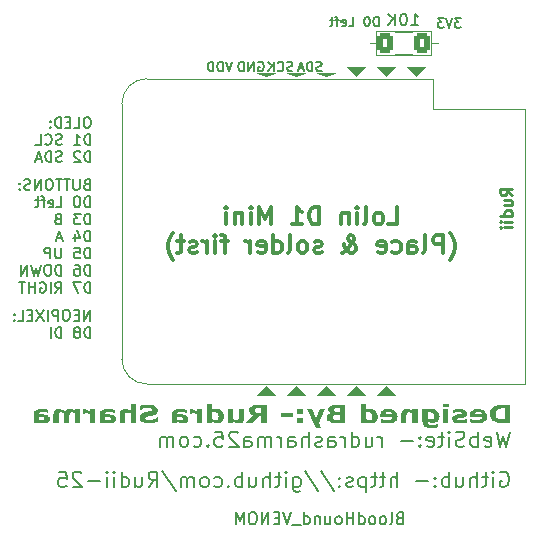
<source format=gbo>
G04 #@! TF.GenerationSoftware,KiCad,Pcbnew,9.0.6*
G04 #@! TF.CreationDate,2025-11-17T18:11:24+05:30*
G04 #@! TF.ProjectId,BloodHound_VENOM,426c6f6f-6448-46f7-956e-645f56454e4f,1*
G04 #@! TF.SameCoordinates,Original*
G04 #@! TF.FileFunction,Legend,Bot*
G04 #@! TF.FilePolarity,Positive*
%FSLAX46Y46*%
G04 Gerber Fmt 4.6, Leading zero omitted, Abs format (unit mm)*
G04 Created by KiCad (PCBNEW 9.0.6) date 2025-11-17 18:11:24*
%MOMM*%
%LPD*%
G01*
G04 APERTURE LIST*
G04 Aperture macros list*
%AMRoundRect*
0 Rectangle with rounded corners*
0 $1 Rounding radius*
0 $2 $3 $4 $5 $6 $7 $8 $9 X,Y pos of 4 corners*
0 Add a 4 corners polygon primitive as box body*
4,1,4,$2,$3,$4,$5,$6,$7,$8,$9,$2,$3,0*
0 Add four circle primitives for the rounded corners*
1,1,$1+$1,$2,$3*
1,1,$1+$1,$4,$5*
1,1,$1+$1,$6,$7*
1,1,$1+$1,$8,$9*
0 Add four rect primitives between the rounded corners*
20,1,$1+$1,$2,$3,$4,$5,0*
20,1,$1+$1,$4,$5,$6,$7,0*
20,1,$1+$1,$6,$7,$8,$9,0*
20,1,$1+$1,$8,$9,$2,$3,0*%
G04 Aperture macros list end*
%ADD10C,0.120000*%
%ADD11C,0.150000*%
%ADD12C,0.250000*%
%ADD13C,0.300000*%
%ADD14C,0.160000*%
%ADD15C,1.800000*%
%ADD16R,1.700000X1.700000*%
%ADD17O,1.700000X1.700000*%
%ADD18C,2.200000*%
%ADD19R,2.000000X2.000000*%
%ADD20O,1.600000X2.000000*%
%ADD21C,1.400000*%
%ADD22O,1.400000X1.400000*%
%ADD23RoundRect,0.250000X0.400000X0.625000X-0.400000X0.625000X-0.400000X-0.625000X0.400000X-0.625000X0*%
G04 APERTURE END LIST*
D10*
X162480000Y-72000000D02*
X161730000Y-71250000D01*
X163230000Y-71250000D01*
X162480000Y-72000000D01*
G36*
X162480000Y-72000000D02*
G01*
X161730000Y-71250000D01*
X163230000Y-71250000D01*
X162480000Y-72000000D01*
G37*
X165020000Y-72000000D02*
X164270000Y-71250000D01*
X165770000Y-71250000D01*
X165020000Y-72000000D01*
G36*
X165020000Y-72000000D02*
G01*
X164270000Y-71250000D01*
X165770000Y-71250000D01*
X165020000Y-72000000D01*
G37*
X154860000Y-72000000D02*
X154110000Y-71750000D01*
X155610000Y-71750000D01*
X154860000Y-72000000D01*
G36*
X154860000Y-72000000D02*
G01*
X154110000Y-71750000D01*
X155610000Y-71750000D01*
X154860000Y-72000000D01*
G37*
X163230000Y-99000000D02*
X161730000Y-99000000D01*
X162480000Y-98250000D01*
X163230000Y-99000000D01*
G36*
X163230000Y-99000000D02*
G01*
X161730000Y-99000000D01*
X162480000Y-98250000D01*
X163230000Y-99000000D01*
G37*
X153070000Y-99000000D02*
X151570000Y-99000000D01*
X152320000Y-98250000D01*
X153070000Y-99000000D01*
G36*
X153070000Y-99000000D02*
G01*
X151570000Y-99000000D01*
X152320000Y-98250000D01*
X153070000Y-99000000D01*
G37*
X157400000Y-72000000D02*
X156650000Y-71750000D01*
X158150000Y-71750000D01*
X157400000Y-72000000D01*
G36*
X157400000Y-72000000D02*
G01*
X156650000Y-71750000D01*
X158150000Y-71750000D01*
X157400000Y-72000000D01*
G37*
X160690000Y-99000000D02*
X159190000Y-99000000D01*
X159940000Y-98250000D01*
X160690000Y-99000000D01*
G36*
X160690000Y-99000000D02*
G01*
X159190000Y-99000000D01*
X159940000Y-98250000D01*
X160690000Y-99000000D01*
G37*
X159940000Y-72000000D02*
X159190000Y-71250000D01*
X160690000Y-71250000D01*
X159940000Y-72000000D01*
G36*
X159940000Y-72000000D02*
G01*
X159190000Y-71250000D01*
X160690000Y-71250000D01*
X159940000Y-72000000D01*
G37*
X158150000Y-99000000D02*
X156650000Y-99000000D01*
X157400000Y-98250000D01*
X158150000Y-99000000D01*
G36*
X158150000Y-99000000D02*
G01*
X156650000Y-99000000D01*
X157400000Y-98250000D01*
X158150000Y-99000000D01*
G37*
X155610000Y-99000000D02*
X154110000Y-99000000D01*
X154860000Y-98250000D01*
X155610000Y-99000000D01*
G36*
X155610000Y-99000000D02*
G01*
X154110000Y-99000000D01*
X154860000Y-98250000D01*
X155610000Y-99000000D01*
G37*
X152320000Y-72000000D02*
X151570000Y-71750000D01*
X153070000Y-71750000D01*
X152320000Y-72000000D01*
G36*
X152320000Y-72000000D02*
G01*
X151570000Y-71750000D01*
X153070000Y-71750000D01*
X152320000Y-72000000D01*
G37*
D11*
X137265601Y-75459607D02*
X137094173Y-75459607D01*
X137094173Y-75459607D02*
X137008458Y-75502464D01*
X137008458Y-75502464D02*
X136922744Y-75588178D01*
X136922744Y-75588178D02*
X136879887Y-75759607D01*
X136879887Y-75759607D02*
X136879887Y-76059607D01*
X136879887Y-76059607D02*
X136922744Y-76231035D01*
X136922744Y-76231035D02*
X137008458Y-76316750D01*
X137008458Y-76316750D02*
X137094173Y-76359607D01*
X137094173Y-76359607D02*
X137265601Y-76359607D01*
X137265601Y-76359607D02*
X137351316Y-76316750D01*
X137351316Y-76316750D02*
X137437030Y-76231035D01*
X137437030Y-76231035D02*
X137479887Y-76059607D01*
X137479887Y-76059607D02*
X137479887Y-75759607D01*
X137479887Y-75759607D02*
X137437030Y-75588178D01*
X137437030Y-75588178D02*
X137351316Y-75502464D01*
X137351316Y-75502464D02*
X137265601Y-75459607D01*
X136065601Y-76359607D02*
X136494173Y-76359607D01*
X136494173Y-76359607D02*
X136494173Y-75459607D01*
X135765602Y-75888178D02*
X135465602Y-75888178D01*
X135337030Y-76359607D02*
X135765602Y-76359607D01*
X135765602Y-76359607D02*
X135765602Y-75459607D01*
X135765602Y-75459607D02*
X135337030Y-75459607D01*
X134951316Y-76359607D02*
X134951316Y-75459607D01*
X134951316Y-75459607D02*
X134737030Y-75459607D01*
X134737030Y-75459607D02*
X134608459Y-75502464D01*
X134608459Y-75502464D02*
X134522744Y-75588178D01*
X134522744Y-75588178D02*
X134479887Y-75673892D01*
X134479887Y-75673892D02*
X134437030Y-75845321D01*
X134437030Y-75845321D02*
X134437030Y-75973892D01*
X134437030Y-75973892D02*
X134479887Y-76145321D01*
X134479887Y-76145321D02*
X134522744Y-76231035D01*
X134522744Y-76231035D02*
X134608459Y-76316750D01*
X134608459Y-76316750D02*
X134737030Y-76359607D01*
X134737030Y-76359607D02*
X134951316Y-76359607D01*
X134051316Y-76273892D02*
X134008459Y-76316750D01*
X134008459Y-76316750D02*
X134051316Y-76359607D01*
X134051316Y-76359607D02*
X134094173Y-76316750D01*
X134094173Y-76316750D02*
X134051316Y-76273892D01*
X134051316Y-76273892D02*
X134051316Y-76359607D01*
X134051316Y-75802464D02*
X134008459Y-75845321D01*
X134008459Y-75845321D02*
X134051316Y-75888178D01*
X134051316Y-75888178D02*
X134094173Y-75845321D01*
X134094173Y-75845321D02*
X134051316Y-75802464D01*
X134051316Y-75802464D02*
X134051316Y-75888178D01*
X137437030Y-77808557D02*
X137437030Y-76908557D01*
X137437030Y-76908557D02*
X137222744Y-76908557D01*
X137222744Y-76908557D02*
X137094173Y-76951414D01*
X137094173Y-76951414D02*
X137008458Y-77037128D01*
X137008458Y-77037128D02*
X136965601Y-77122842D01*
X136965601Y-77122842D02*
X136922744Y-77294271D01*
X136922744Y-77294271D02*
X136922744Y-77422842D01*
X136922744Y-77422842D02*
X136965601Y-77594271D01*
X136965601Y-77594271D02*
X137008458Y-77679985D01*
X137008458Y-77679985D02*
X137094173Y-77765700D01*
X137094173Y-77765700D02*
X137222744Y-77808557D01*
X137222744Y-77808557D02*
X137437030Y-77808557D01*
X136065601Y-77808557D02*
X136579887Y-77808557D01*
X136322744Y-77808557D02*
X136322744Y-76908557D01*
X136322744Y-76908557D02*
X136408458Y-77037128D01*
X136408458Y-77037128D02*
X136494173Y-77122842D01*
X136494173Y-77122842D02*
X136579887Y-77165700D01*
X135037030Y-77765700D02*
X134908459Y-77808557D01*
X134908459Y-77808557D02*
X134694173Y-77808557D01*
X134694173Y-77808557D02*
X134608459Y-77765700D01*
X134608459Y-77765700D02*
X134565601Y-77722842D01*
X134565601Y-77722842D02*
X134522744Y-77637128D01*
X134522744Y-77637128D02*
X134522744Y-77551414D01*
X134522744Y-77551414D02*
X134565601Y-77465700D01*
X134565601Y-77465700D02*
X134608459Y-77422842D01*
X134608459Y-77422842D02*
X134694173Y-77379985D01*
X134694173Y-77379985D02*
X134865601Y-77337128D01*
X134865601Y-77337128D02*
X134951316Y-77294271D01*
X134951316Y-77294271D02*
X134994173Y-77251414D01*
X134994173Y-77251414D02*
X135037030Y-77165700D01*
X135037030Y-77165700D02*
X135037030Y-77079985D01*
X135037030Y-77079985D02*
X134994173Y-76994271D01*
X134994173Y-76994271D02*
X134951316Y-76951414D01*
X134951316Y-76951414D02*
X134865601Y-76908557D01*
X134865601Y-76908557D02*
X134651316Y-76908557D01*
X134651316Y-76908557D02*
X134522744Y-76951414D01*
X133622744Y-77722842D02*
X133665601Y-77765700D01*
X133665601Y-77765700D02*
X133794173Y-77808557D01*
X133794173Y-77808557D02*
X133879887Y-77808557D01*
X133879887Y-77808557D02*
X134008458Y-77765700D01*
X134008458Y-77765700D02*
X134094173Y-77679985D01*
X134094173Y-77679985D02*
X134137030Y-77594271D01*
X134137030Y-77594271D02*
X134179887Y-77422842D01*
X134179887Y-77422842D02*
X134179887Y-77294271D01*
X134179887Y-77294271D02*
X134137030Y-77122842D01*
X134137030Y-77122842D02*
X134094173Y-77037128D01*
X134094173Y-77037128D02*
X134008458Y-76951414D01*
X134008458Y-76951414D02*
X133879887Y-76908557D01*
X133879887Y-76908557D02*
X133794173Y-76908557D01*
X133794173Y-76908557D02*
X133665601Y-76951414D01*
X133665601Y-76951414D02*
X133622744Y-76994271D01*
X132808458Y-77808557D02*
X133237030Y-77808557D01*
X133237030Y-77808557D02*
X133237030Y-76908557D01*
X137437030Y-79257507D02*
X137437030Y-78357507D01*
X137437030Y-78357507D02*
X137222744Y-78357507D01*
X137222744Y-78357507D02*
X137094173Y-78400364D01*
X137094173Y-78400364D02*
X137008458Y-78486078D01*
X137008458Y-78486078D02*
X136965601Y-78571792D01*
X136965601Y-78571792D02*
X136922744Y-78743221D01*
X136922744Y-78743221D02*
X136922744Y-78871792D01*
X136922744Y-78871792D02*
X136965601Y-79043221D01*
X136965601Y-79043221D02*
X137008458Y-79128935D01*
X137008458Y-79128935D02*
X137094173Y-79214650D01*
X137094173Y-79214650D02*
X137222744Y-79257507D01*
X137222744Y-79257507D02*
X137437030Y-79257507D01*
X136579887Y-78443221D02*
X136537030Y-78400364D01*
X136537030Y-78400364D02*
X136451316Y-78357507D01*
X136451316Y-78357507D02*
X136237030Y-78357507D01*
X136237030Y-78357507D02*
X136151316Y-78400364D01*
X136151316Y-78400364D02*
X136108458Y-78443221D01*
X136108458Y-78443221D02*
X136065601Y-78528935D01*
X136065601Y-78528935D02*
X136065601Y-78614650D01*
X136065601Y-78614650D02*
X136108458Y-78743221D01*
X136108458Y-78743221D02*
X136622744Y-79257507D01*
X136622744Y-79257507D02*
X136065601Y-79257507D01*
X135037030Y-79214650D02*
X134908459Y-79257507D01*
X134908459Y-79257507D02*
X134694173Y-79257507D01*
X134694173Y-79257507D02*
X134608459Y-79214650D01*
X134608459Y-79214650D02*
X134565601Y-79171792D01*
X134565601Y-79171792D02*
X134522744Y-79086078D01*
X134522744Y-79086078D02*
X134522744Y-79000364D01*
X134522744Y-79000364D02*
X134565601Y-78914650D01*
X134565601Y-78914650D02*
X134608459Y-78871792D01*
X134608459Y-78871792D02*
X134694173Y-78828935D01*
X134694173Y-78828935D02*
X134865601Y-78786078D01*
X134865601Y-78786078D02*
X134951316Y-78743221D01*
X134951316Y-78743221D02*
X134994173Y-78700364D01*
X134994173Y-78700364D02*
X135037030Y-78614650D01*
X135037030Y-78614650D02*
X135037030Y-78528935D01*
X135037030Y-78528935D02*
X134994173Y-78443221D01*
X134994173Y-78443221D02*
X134951316Y-78400364D01*
X134951316Y-78400364D02*
X134865601Y-78357507D01*
X134865601Y-78357507D02*
X134651316Y-78357507D01*
X134651316Y-78357507D02*
X134522744Y-78400364D01*
X134137030Y-79257507D02*
X134137030Y-78357507D01*
X134137030Y-78357507D02*
X133922744Y-78357507D01*
X133922744Y-78357507D02*
X133794173Y-78400364D01*
X133794173Y-78400364D02*
X133708458Y-78486078D01*
X133708458Y-78486078D02*
X133665601Y-78571792D01*
X133665601Y-78571792D02*
X133622744Y-78743221D01*
X133622744Y-78743221D02*
X133622744Y-78871792D01*
X133622744Y-78871792D02*
X133665601Y-79043221D01*
X133665601Y-79043221D02*
X133708458Y-79128935D01*
X133708458Y-79128935D02*
X133794173Y-79214650D01*
X133794173Y-79214650D02*
X133922744Y-79257507D01*
X133922744Y-79257507D02*
X134137030Y-79257507D01*
X133279887Y-79000364D02*
X132851316Y-79000364D01*
X133365601Y-79257507D02*
X133065601Y-78357507D01*
X133065601Y-78357507D02*
X132765601Y-79257507D01*
D12*
X173164619Y-82073996D02*
X172688428Y-81740663D01*
X173164619Y-81502568D02*
X172164619Y-81502568D01*
X172164619Y-81502568D02*
X172164619Y-81883520D01*
X172164619Y-81883520D02*
X172212238Y-81978758D01*
X172212238Y-81978758D02*
X172259857Y-82026377D01*
X172259857Y-82026377D02*
X172355095Y-82073996D01*
X172355095Y-82073996D02*
X172497952Y-82073996D01*
X172497952Y-82073996D02*
X172593190Y-82026377D01*
X172593190Y-82026377D02*
X172640809Y-81978758D01*
X172640809Y-81978758D02*
X172688428Y-81883520D01*
X172688428Y-81883520D02*
X172688428Y-81502568D01*
X172497952Y-82931139D02*
X173164619Y-82931139D01*
X172497952Y-82502568D02*
X173021761Y-82502568D01*
X173021761Y-82502568D02*
X173117000Y-82550187D01*
X173117000Y-82550187D02*
X173164619Y-82645425D01*
X173164619Y-82645425D02*
X173164619Y-82788282D01*
X173164619Y-82788282D02*
X173117000Y-82883520D01*
X173117000Y-82883520D02*
X173069380Y-82931139D01*
X173164619Y-83835901D02*
X172164619Y-83835901D01*
X173117000Y-83835901D02*
X173164619Y-83740663D01*
X173164619Y-83740663D02*
X173164619Y-83550187D01*
X173164619Y-83550187D02*
X173117000Y-83454949D01*
X173117000Y-83454949D02*
X173069380Y-83407330D01*
X173069380Y-83407330D02*
X172974142Y-83359711D01*
X172974142Y-83359711D02*
X172688428Y-83359711D01*
X172688428Y-83359711D02*
X172593190Y-83407330D01*
X172593190Y-83407330D02*
X172545571Y-83454949D01*
X172545571Y-83454949D02*
X172497952Y-83550187D01*
X172497952Y-83550187D02*
X172497952Y-83740663D01*
X172497952Y-83740663D02*
X172545571Y-83835901D01*
X173164619Y-84312092D02*
X172497952Y-84312092D01*
X172164619Y-84312092D02*
X172212238Y-84264473D01*
X172212238Y-84264473D02*
X172259857Y-84312092D01*
X172259857Y-84312092D02*
X172212238Y-84359711D01*
X172212238Y-84359711D02*
X172164619Y-84312092D01*
X172164619Y-84312092D02*
X172259857Y-84312092D01*
X173164619Y-84788282D02*
X172497952Y-84788282D01*
X172164619Y-84788282D02*
X172212238Y-84740663D01*
X172212238Y-84740663D02*
X172259857Y-84788282D01*
X172259857Y-84788282D02*
X172212238Y-84835901D01*
X172212238Y-84835901D02*
X172164619Y-84788282D01*
X172164619Y-84788282D02*
X172259857Y-84788282D01*
D11*
X163629887Y-109396009D02*
X163487030Y-109443628D01*
X163487030Y-109443628D02*
X163439411Y-109491247D01*
X163439411Y-109491247D02*
X163391792Y-109586485D01*
X163391792Y-109586485D02*
X163391792Y-109729342D01*
X163391792Y-109729342D02*
X163439411Y-109824580D01*
X163439411Y-109824580D02*
X163487030Y-109872200D01*
X163487030Y-109872200D02*
X163582268Y-109919819D01*
X163582268Y-109919819D02*
X163963220Y-109919819D01*
X163963220Y-109919819D02*
X163963220Y-108919819D01*
X163963220Y-108919819D02*
X163629887Y-108919819D01*
X163629887Y-108919819D02*
X163534649Y-108967438D01*
X163534649Y-108967438D02*
X163487030Y-109015057D01*
X163487030Y-109015057D02*
X163439411Y-109110295D01*
X163439411Y-109110295D02*
X163439411Y-109205533D01*
X163439411Y-109205533D02*
X163487030Y-109300771D01*
X163487030Y-109300771D02*
X163534649Y-109348390D01*
X163534649Y-109348390D02*
X163629887Y-109396009D01*
X163629887Y-109396009D02*
X163963220Y-109396009D01*
X162820363Y-109919819D02*
X162915601Y-109872200D01*
X162915601Y-109872200D02*
X162963220Y-109776961D01*
X162963220Y-109776961D02*
X162963220Y-108919819D01*
X162296553Y-109919819D02*
X162391791Y-109872200D01*
X162391791Y-109872200D02*
X162439410Y-109824580D01*
X162439410Y-109824580D02*
X162487029Y-109729342D01*
X162487029Y-109729342D02*
X162487029Y-109443628D01*
X162487029Y-109443628D02*
X162439410Y-109348390D01*
X162439410Y-109348390D02*
X162391791Y-109300771D01*
X162391791Y-109300771D02*
X162296553Y-109253152D01*
X162296553Y-109253152D02*
X162153696Y-109253152D01*
X162153696Y-109253152D02*
X162058458Y-109300771D01*
X162058458Y-109300771D02*
X162010839Y-109348390D01*
X162010839Y-109348390D02*
X161963220Y-109443628D01*
X161963220Y-109443628D02*
X161963220Y-109729342D01*
X161963220Y-109729342D02*
X162010839Y-109824580D01*
X162010839Y-109824580D02*
X162058458Y-109872200D01*
X162058458Y-109872200D02*
X162153696Y-109919819D01*
X162153696Y-109919819D02*
X162296553Y-109919819D01*
X161391791Y-109919819D02*
X161487029Y-109872200D01*
X161487029Y-109872200D02*
X161534648Y-109824580D01*
X161534648Y-109824580D02*
X161582267Y-109729342D01*
X161582267Y-109729342D02*
X161582267Y-109443628D01*
X161582267Y-109443628D02*
X161534648Y-109348390D01*
X161534648Y-109348390D02*
X161487029Y-109300771D01*
X161487029Y-109300771D02*
X161391791Y-109253152D01*
X161391791Y-109253152D02*
X161248934Y-109253152D01*
X161248934Y-109253152D02*
X161153696Y-109300771D01*
X161153696Y-109300771D02*
X161106077Y-109348390D01*
X161106077Y-109348390D02*
X161058458Y-109443628D01*
X161058458Y-109443628D02*
X161058458Y-109729342D01*
X161058458Y-109729342D02*
X161106077Y-109824580D01*
X161106077Y-109824580D02*
X161153696Y-109872200D01*
X161153696Y-109872200D02*
X161248934Y-109919819D01*
X161248934Y-109919819D02*
X161391791Y-109919819D01*
X160201315Y-109919819D02*
X160201315Y-108919819D01*
X160201315Y-109872200D02*
X160296553Y-109919819D01*
X160296553Y-109919819D02*
X160487029Y-109919819D01*
X160487029Y-109919819D02*
X160582267Y-109872200D01*
X160582267Y-109872200D02*
X160629886Y-109824580D01*
X160629886Y-109824580D02*
X160677505Y-109729342D01*
X160677505Y-109729342D02*
X160677505Y-109443628D01*
X160677505Y-109443628D02*
X160629886Y-109348390D01*
X160629886Y-109348390D02*
X160582267Y-109300771D01*
X160582267Y-109300771D02*
X160487029Y-109253152D01*
X160487029Y-109253152D02*
X160296553Y-109253152D01*
X160296553Y-109253152D02*
X160201315Y-109300771D01*
X159725124Y-109919819D02*
X159725124Y-108919819D01*
X159725124Y-109396009D02*
X159153696Y-109396009D01*
X159153696Y-109919819D02*
X159153696Y-108919819D01*
X158534648Y-109919819D02*
X158629886Y-109872200D01*
X158629886Y-109872200D02*
X158677505Y-109824580D01*
X158677505Y-109824580D02*
X158725124Y-109729342D01*
X158725124Y-109729342D02*
X158725124Y-109443628D01*
X158725124Y-109443628D02*
X158677505Y-109348390D01*
X158677505Y-109348390D02*
X158629886Y-109300771D01*
X158629886Y-109300771D02*
X158534648Y-109253152D01*
X158534648Y-109253152D02*
X158391791Y-109253152D01*
X158391791Y-109253152D02*
X158296553Y-109300771D01*
X158296553Y-109300771D02*
X158248934Y-109348390D01*
X158248934Y-109348390D02*
X158201315Y-109443628D01*
X158201315Y-109443628D02*
X158201315Y-109729342D01*
X158201315Y-109729342D02*
X158248934Y-109824580D01*
X158248934Y-109824580D02*
X158296553Y-109872200D01*
X158296553Y-109872200D02*
X158391791Y-109919819D01*
X158391791Y-109919819D02*
X158534648Y-109919819D01*
X157344172Y-109253152D02*
X157344172Y-109919819D01*
X157772743Y-109253152D02*
X157772743Y-109776961D01*
X157772743Y-109776961D02*
X157725124Y-109872200D01*
X157725124Y-109872200D02*
X157629886Y-109919819D01*
X157629886Y-109919819D02*
X157487029Y-109919819D01*
X157487029Y-109919819D02*
X157391791Y-109872200D01*
X157391791Y-109872200D02*
X157344172Y-109824580D01*
X156867981Y-109253152D02*
X156867981Y-109919819D01*
X156867981Y-109348390D02*
X156820362Y-109300771D01*
X156820362Y-109300771D02*
X156725124Y-109253152D01*
X156725124Y-109253152D02*
X156582267Y-109253152D01*
X156582267Y-109253152D02*
X156487029Y-109300771D01*
X156487029Y-109300771D02*
X156439410Y-109396009D01*
X156439410Y-109396009D02*
X156439410Y-109919819D01*
X155534648Y-109919819D02*
X155534648Y-108919819D01*
X155534648Y-109872200D02*
X155629886Y-109919819D01*
X155629886Y-109919819D02*
X155820362Y-109919819D01*
X155820362Y-109919819D02*
X155915600Y-109872200D01*
X155915600Y-109872200D02*
X155963219Y-109824580D01*
X155963219Y-109824580D02*
X156010838Y-109729342D01*
X156010838Y-109729342D02*
X156010838Y-109443628D01*
X156010838Y-109443628D02*
X155963219Y-109348390D01*
X155963219Y-109348390D02*
X155915600Y-109300771D01*
X155915600Y-109300771D02*
X155820362Y-109253152D01*
X155820362Y-109253152D02*
X155629886Y-109253152D01*
X155629886Y-109253152D02*
X155534648Y-109300771D01*
X155296553Y-110015057D02*
X154534648Y-110015057D01*
X154439409Y-108919819D02*
X154106076Y-109919819D01*
X154106076Y-109919819D02*
X153772743Y-108919819D01*
X153439409Y-109396009D02*
X153106076Y-109396009D01*
X152963219Y-109919819D02*
X153439409Y-109919819D01*
X153439409Y-109919819D02*
X153439409Y-108919819D01*
X153439409Y-108919819D02*
X152963219Y-108919819D01*
X152534647Y-109919819D02*
X152534647Y-108919819D01*
X152534647Y-108919819D02*
X151963219Y-109919819D01*
X151963219Y-109919819D02*
X151963219Y-108919819D01*
X151296552Y-108919819D02*
X151106076Y-108919819D01*
X151106076Y-108919819D02*
X151010838Y-108967438D01*
X151010838Y-108967438D02*
X150915600Y-109062676D01*
X150915600Y-109062676D02*
X150867981Y-109253152D01*
X150867981Y-109253152D02*
X150867981Y-109586485D01*
X150867981Y-109586485D02*
X150915600Y-109776961D01*
X150915600Y-109776961D02*
X151010838Y-109872200D01*
X151010838Y-109872200D02*
X151106076Y-109919819D01*
X151106076Y-109919819D02*
X151296552Y-109919819D01*
X151296552Y-109919819D02*
X151391790Y-109872200D01*
X151391790Y-109872200D02*
X151487028Y-109776961D01*
X151487028Y-109776961D02*
X151534647Y-109586485D01*
X151534647Y-109586485D02*
X151534647Y-109253152D01*
X151534647Y-109253152D02*
X151487028Y-109062676D01*
X151487028Y-109062676D02*
X151391790Y-108967438D01*
X151391790Y-108967438D02*
X151296552Y-108919819D01*
X150439409Y-109919819D02*
X150439409Y-108919819D01*
X150439409Y-108919819D02*
X150106076Y-109634104D01*
X150106076Y-109634104D02*
X149772743Y-108919819D01*
X149772743Y-108919819D02*
X149772743Y-109919819D01*
X164639411Y-67694819D02*
X165210839Y-67694819D01*
X164925125Y-67694819D02*
X164925125Y-66694819D01*
X164925125Y-66694819D02*
X165020363Y-66837676D01*
X165020363Y-66837676D02*
X165115601Y-66932914D01*
X165115601Y-66932914D02*
X165210839Y-66980533D01*
X164020363Y-66694819D02*
X163925125Y-66694819D01*
X163925125Y-66694819D02*
X163829887Y-66742438D01*
X163829887Y-66742438D02*
X163782268Y-66790057D01*
X163782268Y-66790057D02*
X163734649Y-66885295D01*
X163734649Y-66885295D02*
X163687030Y-67075771D01*
X163687030Y-67075771D02*
X163687030Y-67313866D01*
X163687030Y-67313866D02*
X163734649Y-67504342D01*
X163734649Y-67504342D02*
X163782268Y-67599580D01*
X163782268Y-67599580D02*
X163829887Y-67647200D01*
X163829887Y-67647200D02*
X163925125Y-67694819D01*
X163925125Y-67694819D02*
X164020363Y-67694819D01*
X164020363Y-67694819D02*
X164115601Y-67647200D01*
X164115601Y-67647200D02*
X164163220Y-67599580D01*
X164163220Y-67599580D02*
X164210839Y-67504342D01*
X164210839Y-67504342D02*
X164258458Y-67313866D01*
X164258458Y-67313866D02*
X164258458Y-67075771D01*
X164258458Y-67075771D02*
X164210839Y-66885295D01*
X164210839Y-66885295D02*
X164163220Y-66790057D01*
X164163220Y-66790057D02*
X164115601Y-66742438D01*
X164115601Y-66742438D02*
X164020363Y-66694819D01*
X163258458Y-67694819D02*
X163258458Y-66694819D01*
X162687030Y-67694819D02*
X163115601Y-67123390D01*
X162687030Y-66694819D02*
X163258458Y-67266247D01*
X137437030Y-92684082D02*
X137437030Y-91784082D01*
X137437030Y-91784082D02*
X136922744Y-92684082D01*
X136922744Y-92684082D02*
X136922744Y-91784082D01*
X136494173Y-92212653D02*
X136194173Y-92212653D01*
X136065601Y-92684082D02*
X136494173Y-92684082D01*
X136494173Y-92684082D02*
X136494173Y-91784082D01*
X136494173Y-91784082D02*
X136065601Y-91784082D01*
X135508458Y-91784082D02*
X135337030Y-91784082D01*
X135337030Y-91784082D02*
X135251315Y-91826939D01*
X135251315Y-91826939D02*
X135165601Y-91912653D01*
X135165601Y-91912653D02*
X135122744Y-92084082D01*
X135122744Y-92084082D02*
X135122744Y-92384082D01*
X135122744Y-92384082D02*
X135165601Y-92555510D01*
X135165601Y-92555510D02*
X135251315Y-92641225D01*
X135251315Y-92641225D02*
X135337030Y-92684082D01*
X135337030Y-92684082D02*
X135508458Y-92684082D01*
X135508458Y-92684082D02*
X135594173Y-92641225D01*
X135594173Y-92641225D02*
X135679887Y-92555510D01*
X135679887Y-92555510D02*
X135722744Y-92384082D01*
X135722744Y-92384082D02*
X135722744Y-92084082D01*
X135722744Y-92084082D02*
X135679887Y-91912653D01*
X135679887Y-91912653D02*
X135594173Y-91826939D01*
X135594173Y-91826939D02*
X135508458Y-91784082D01*
X134737030Y-92684082D02*
X134737030Y-91784082D01*
X134737030Y-91784082D02*
X134394173Y-91784082D01*
X134394173Y-91784082D02*
X134308458Y-91826939D01*
X134308458Y-91826939D02*
X134265601Y-91869796D01*
X134265601Y-91869796D02*
X134222744Y-91955510D01*
X134222744Y-91955510D02*
X134222744Y-92084082D01*
X134222744Y-92084082D02*
X134265601Y-92169796D01*
X134265601Y-92169796D02*
X134308458Y-92212653D01*
X134308458Y-92212653D02*
X134394173Y-92255510D01*
X134394173Y-92255510D02*
X134737030Y-92255510D01*
X133837030Y-92684082D02*
X133837030Y-91784082D01*
X133494173Y-91784082D02*
X132894173Y-92684082D01*
X132894173Y-91784082D02*
X133494173Y-92684082D01*
X132551316Y-92212653D02*
X132251316Y-92212653D01*
X132122744Y-92684082D02*
X132551316Y-92684082D01*
X132551316Y-92684082D02*
X132551316Y-91784082D01*
X132551316Y-91784082D02*
X132122744Y-91784082D01*
X131308458Y-92684082D02*
X131737030Y-92684082D01*
X131737030Y-92684082D02*
X131737030Y-91784082D01*
X131008459Y-92598367D02*
X130965602Y-92641225D01*
X130965602Y-92641225D02*
X131008459Y-92684082D01*
X131008459Y-92684082D02*
X131051316Y-92641225D01*
X131051316Y-92641225D02*
X131008459Y-92598367D01*
X131008459Y-92598367D02*
X131008459Y-92684082D01*
X131008459Y-92126939D02*
X130965602Y-92169796D01*
X130965602Y-92169796D02*
X131008459Y-92212653D01*
X131008459Y-92212653D02*
X131051316Y-92169796D01*
X131051316Y-92169796D02*
X131008459Y-92126939D01*
X131008459Y-92126939D02*
X131008459Y-92212653D01*
X137437030Y-94133032D02*
X137437030Y-93233032D01*
X137437030Y-93233032D02*
X137222744Y-93233032D01*
X137222744Y-93233032D02*
X137094173Y-93275889D01*
X137094173Y-93275889D02*
X137008458Y-93361603D01*
X137008458Y-93361603D02*
X136965601Y-93447317D01*
X136965601Y-93447317D02*
X136922744Y-93618746D01*
X136922744Y-93618746D02*
X136922744Y-93747317D01*
X136922744Y-93747317D02*
X136965601Y-93918746D01*
X136965601Y-93918746D02*
X137008458Y-94004460D01*
X137008458Y-94004460D02*
X137094173Y-94090175D01*
X137094173Y-94090175D02*
X137222744Y-94133032D01*
X137222744Y-94133032D02*
X137437030Y-94133032D01*
X136408458Y-93618746D02*
X136494173Y-93575889D01*
X136494173Y-93575889D02*
X136537030Y-93533032D01*
X136537030Y-93533032D02*
X136579887Y-93447317D01*
X136579887Y-93447317D02*
X136579887Y-93404460D01*
X136579887Y-93404460D02*
X136537030Y-93318746D01*
X136537030Y-93318746D02*
X136494173Y-93275889D01*
X136494173Y-93275889D02*
X136408458Y-93233032D01*
X136408458Y-93233032D02*
X136237030Y-93233032D01*
X136237030Y-93233032D02*
X136151316Y-93275889D01*
X136151316Y-93275889D02*
X136108458Y-93318746D01*
X136108458Y-93318746D02*
X136065601Y-93404460D01*
X136065601Y-93404460D02*
X136065601Y-93447317D01*
X136065601Y-93447317D02*
X136108458Y-93533032D01*
X136108458Y-93533032D02*
X136151316Y-93575889D01*
X136151316Y-93575889D02*
X136237030Y-93618746D01*
X136237030Y-93618746D02*
X136408458Y-93618746D01*
X136408458Y-93618746D02*
X136494173Y-93661603D01*
X136494173Y-93661603D02*
X136537030Y-93704460D01*
X136537030Y-93704460D02*
X136579887Y-93790175D01*
X136579887Y-93790175D02*
X136579887Y-93961603D01*
X136579887Y-93961603D02*
X136537030Y-94047317D01*
X136537030Y-94047317D02*
X136494173Y-94090175D01*
X136494173Y-94090175D02*
X136408458Y-94133032D01*
X136408458Y-94133032D02*
X136237030Y-94133032D01*
X136237030Y-94133032D02*
X136151316Y-94090175D01*
X136151316Y-94090175D02*
X136108458Y-94047317D01*
X136108458Y-94047317D02*
X136065601Y-93961603D01*
X136065601Y-93961603D02*
X136065601Y-93790175D01*
X136065601Y-93790175D02*
X136108458Y-93704460D01*
X136108458Y-93704460D02*
X136151316Y-93661603D01*
X136151316Y-93661603D02*
X136237030Y-93618746D01*
X134994173Y-94133032D02*
X134994173Y-93233032D01*
X134994173Y-93233032D02*
X134779887Y-93233032D01*
X134779887Y-93233032D02*
X134651316Y-93275889D01*
X134651316Y-93275889D02*
X134565601Y-93361603D01*
X134565601Y-93361603D02*
X134522744Y-93447317D01*
X134522744Y-93447317D02*
X134479887Y-93618746D01*
X134479887Y-93618746D02*
X134479887Y-93747317D01*
X134479887Y-93747317D02*
X134522744Y-93918746D01*
X134522744Y-93918746D02*
X134565601Y-94004460D01*
X134565601Y-94004460D02*
X134651316Y-94090175D01*
X134651316Y-94090175D02*
X134779887Y-94133032D01*
X134779887Y-94133032D02*
X134994173Y-94133032D01*
X134094173Y-94133032D02*
X134094173Y-93233032D01*
X137137030Y-81154778D02*
X137008458Y-81197635D01*
X137008458Y-81197635D02*
X136965601Y-81240492D01*
X136965601Y-81240492D02*
X136922744Y-81326207D01*
X136922744Y-81326207D02*
X136922744Y-81454778D01*
X136922744Y-81454778D02*
X136965601Y-81540492D01*
X136965601Y-81540492D02*
X137008458Y-81583350D01*
X137008458Y-81583350D02*
X137094173Y-81626207D01*
X137094173Y-81626207D02*
X137437030Y-81626207D01*
X137437030Y-81626207D02*
X137437030Y-80726207D01*
X137437030Y-80726207D02*
X137137030Y-80726207D01*
X137137030Y-80726207D02*
X137051316Y-80769064D01*
X137051316Y-80769064D02*
X137008458Y-80811921D01*
X137008458Y-80811921D02*
X136965601Y-80897635D01*
X136965601Y-80897635D02*
X136965601Y-80983350D01*
X136965601Y-80983350D02*
X137008458Y-81069064D01*
X137008458Y-81069064D02*
X137051316Y-81111921D01*
X137051316Y-81111921D02*
X137137030Y-81154778D01*
X137137030Y-81154778D02*
X137437030Y-81154778D01*
X136537030Y-80726207D02*
X136537030Y-81454778D01*
X136537030Y-81454778D02*
X136494173Y-81540492D01*
X136494173Y-81540492D02*
X136451316Y-81583350D01*
X136451316Y-81583350D02*
X136365601Y-81626207D01*
X136365601Y-81626207D02*
X136194173Y-81626207D01*
X136194173Y-81626207D02*
X136108458Y-81583350D01*
X136108458Y-81583350D02*
X136065601Y-81540492D01*
X136065601Y-81540492D02*
X136022744Y-81454778D01*
X136022744Y-81454778D02*
X136022744Y-80726207D01*
X135722744Y-80726207D02*
X135208459Y-80726207D01*
X135465601Y-81626207D02*
X135465601Y-80726207D01*
X135037030Y-80726207D02*
X134522745Y-80726207D01*
X134779887Y-81626207D02*
X134779887Y-80726207D01*
X134051316Y-80726207D02*
X133879888Y-80726207D01*
X133879888Y-80726207D02*
X133794173Y-80769064D01*
X133794173Y-80769064D02*
X133708459Y-80854778D01*
X133708459Y-80854778D02*
X133665602Y-81026207D01*
X133665602Y-81026207D02*
X133665602Y-81326207D01*
X133665602Y-81326207D02*
X133708459Y-81497635D01*
X133708459Y-81497635D02*
X133794173Y-81583350D01*
X133794173Y-81583350D02*
X133879888Y-81626207D01*
X133879888Y-81626207D02*
X134051316Y-81626207D01*
X134051316Y-81626207D02*
X134137031Y-81583350D01*
X134137031Y-81583350D02*
X134222745Y-81497635D01*
X134222745Y-81497635D02*
X134265602Y-81326207D01*
X134265602Y-81326207D02*
X134265602Y-81026207D01*
X134265602Y-81026207D02*
X134222745Y-80854778D01*
X134222745Y-80854778D02*
X134137031Y-80769064D01*
X134137031Y-80769064D02*
X134051316Y-80726207D01*
X133279888Y-81626207D02*
X133279888Y-80726207D01*
X133279888Y-80726207D02*
X132765602Y-81626207D01*
X132765602Y-81626207D02*
X132765602Y-80726207D01*
X132379888Y-81583350D02*
X132251317Y-81626207D01*
X132251317Y-81626207D02*
X132037031Y-81626207D01*
X132037031Y-81626207D02*
X131951317Y-81583350D01*
X131951317Y-81583350D02*
X131908459Y-81540492D01*
X131908459Y-81540492D02*
X131865602Y-81454778D01*
X131865602Y-81454778D02*
X131865602Y-81369064D01*
X131865602Y-81369064D02*
X131908459Y-81283350D01*
X131908459Y-81283350D02*
X131951317Y-81240492D01*
X131951317Y-81240492D02*
X132037031Y-81197635D01*
X132037031Y-81197635D02*
X132208459Y-81154778D01*
X132208459Y-81154778D02*
X132294174Y-81111921D01*
X132294174Y-81111921D02*
X132337031Y-81069064D01*
X132337031Y-81069064D02*
X132379888Y-80983350D01*
X132379888Y-80983350D02*
X132379888Y-80897635D01*
X132379888Y-80897635D02*
X132337031Y-80811921D01*
X132337031Y-80811921D02*
X132294174Y-80769064D01*
X132294174Y-80769064D02*
X132208459Y-80726207D01*
X132208459Y-80726207D02*
X131994174Y-80726207D01*
X131994174Y-80726207D02*
X131865602Y-80769064D01*
X131479888Y-81540492D02*
X131437031Y-81583350D01*
X131437031Y-81583350D02*
X131479888Y-81626207D01*
X131479888Y-81626207D02*
X131522745Y-81583350D01*
X131522745Y-81583350D02*
X131479888Y-81540492D01*
X131479888Y-81540492D02*
X131479888Y-81626207D01*
X131479888Y-81069064D02*
X131437031Y-81111921D01*
X131437031Y-81111921D02*
X131479888Y-81154778D01*
X131479888Y-81154778D02*
X131522745Y-81111921D01*
X131522745Y-81111921D02*
X131479888Y-81069064D01*
X131479888Y-81069064D02*
X131479888Y-81154778D01*
X137437030Y-83075157D02*
X137437030Y-82175157D01*
X137437030Y-82175157D02*
X137222744Y-82175157D01*
X137222744Y-82175157D02*
X137094173Y-82218014D01*
X137094173Y-82218014D02*
X137008458Y-82303728D01*
X137008458Y-82303728D02*
X136965601Y-82389442D01*
X136965601Y-82389442D02*
X136922744Y-82560871D01*
X136922744Y-82560871D02*
X136922744Y-82689442D01*
X136922744Y-82689442D02*
X136965601Y-82860871D01*
X136965601Y-82860871D02*
X137008458Y-82946585D01*
X137008458Y-82946585D02*
X137094173Y-83032300D01*
X137094173Y-83032300D02*
X137222744Y-83075157D01*
X137222744Y-83075157D02*
X137437030Y-83075157D01*
X136365601Y-82175157D02*
X136279887Y-82175157D01*
X136279887Y-82175157D02*
X136194173Y-82218014D01*
X136194173Y-82218014D02*
X136151316Y-82260871D01*
X136151316Y-82260871D02*
X136108458Y-82346585D01*
X136108458Y-82346585D02*
X136065601Y-82518014D01*
X136065601Y-82518014D02*
X136065601Y-82732300D01*
X136065601Y-82732300D02*
X136108458Y-82903728D01*
X136108458Y-82903728D02*
X136151316Y-82989442D01*
X136151316Y-82989442D02*
X136194173Y-83032300D01*
X136194173Y-83032300D02*
X136279887Y-83075157D01*
X136279887Y-83075157D02*
X136365601Y-83075157D01*
X136365601Y-83075157D02*
X136451316Y-83032300D01*
X136451316Y-83032300D02*
X136494173Y-82989442D01*
X136494173Y-82989442D02*
X136537030Y-82903728D01*
X136537030Y-82903728D02*
X136579887Y-82732300D01*
X136579887Y-82732300D02*
X136579887Y-82518014D01*
X136579887Y-82518014D02*
X136537030Y-82346585D01*
X136537030Y-82346585D02*
X136494173Y-82260871D01*
X136494173Y-82260871D02*
X136451316Y-82218014D01*
X136451316Y-82218014D02*
X136365601Y-82175157D01*
X134565601Y-83075157D02*
X134994173Y-83075157D01*
X134994173Y-83075157D02*
X134994173Y-82175157D01*
X133922745Y-83032300D02*
X134008459Y-83075157D01*
X134008459Y-83075157D02*
X134179888Y-83075157D01*
X134179888Y-83075157D02*
X134265602Y-83032300D01*
X134265602Y-83032300D02*
X134308459Y-82946585D01*
X134308459Y-82946585D02*
X134308459Y-82603728D01*
X134308459Y-82603728D02*
X134265602Y-82518014D01*
X134265602Y-82518014D02*
X134179888Y-82475157D01*
X134179888Y-82475157D02*
X134008459Y-82475157D01*
X134008459Y-82475157D02*
X133922745Y-82518014D01*
X133922745Y-82518014D02*
X133879888Y-82603728D01*
X133879888Y-82603728D02*
X133879888Y-82689442D01*
X133879888Y-82689442D02*
X134308459Y-82775157D01*
X133622744Y-82475157D02*
X133279887Y-82475157D01*
X133494173Y-83075157D02*
X133494173Y-82303728D01*
X133494173Y-82303728D02*
X133451316Y-82218014D01*
X133451316Y-82218014D02*
X133365601Y-82175157D01*
X133365601Y-82175157D02*
X133279887Y-82175157D01*
X133108458Y-82475157D02*
X132765601Y-82475157D01*
X132979887Y-82175157D02*
X132979887Y-82946585D01*
X132979887Y-82946585D02*
X132937030Y-83032300D01*
X132937030Y-83032300D02*
X132851315Y-83075157D01*
X132851315Y-83075157D02*
X132765601Y-83075157D01*
X137437030Y-84524107D02*
X137437030Y-83624107D01*
X137437030Y-83624107D02*
X137222744Y-83624107D01*
X137222744Y-83624107D02*
X137094173Y-83666964D01*
X137094173Y-83666964D02*
X137008458Y-83752678D01*
X137008458Y-83752678D02*
X136965601Y-83838392D01*
X136965601Y-83838392D02*
X136922744Y-84009821D01*
X136922744Y-84009821D02*
X136922744Y-84138392D01*
X136922744Y-84138392D02*
X136965601Y-84309821D01*
X136965601Y-84309821D02*
X137008458Y-84395535D01*
X137008458Y-84395535D02*
X137094173Y-84481250D01*
X137094173Y-84481250D02*
X137222744Y-84524107D01*
X137222744Y-84524107D02*
X137437030Y-84524107D01*
X136622744Y-83624107D02*
X136065601Y-83624107D01*
X136065601Y-83624107D02*
X136365601Y-83966964D01*
X136365601Y-83966964D02*
X136237030Y-83966964D01*
X136237030Y-83966964D02*
X136151316Y-84009821D01*
X136151316Y-84009821D02*
X136108458Y-84052678D01*
X136108458Y-84052678D02*
X136065601Y-84138392D01*
X136065601Y-84138392D02*
X136065601Y-84352678D01*
X136065601Y-84352678D02*
X136108458Y-84438392D01*
X136108458Y-84438392D02*
X136151316Y-84481250D01*
X136151316Y-84481250D02*
X136237030Y-84524107D01*
X136237030Y-84524107D02*
X136494173Y-84524107D01*
X136494173Y-84524107D02*
X136579887Y-84481250D01*
X136579887Y-84481250D02*
X136622744Y-84438392D01*
X134694173Y-84052678D02*
X134565601Y-84095535D01*
X134565601Y-84095535D02*
X134522744Y-84138392D01*
X134522744Y-84138392D02*
X134479887Y-84224107D01*
X134479887Y-84224107D02*
X134479887Y-84352678D01*
X134479887Y-84352678D02*
X134522744Y-84438392D01*
X134522744Y-84438392D02*
X134565601Y-84481250D01*
X134565601Y-84481250D02*
X134651316Y-84524107D01*
X134651316Y-84524107D02*
X134994173Y-84524107D01*
X134994173Y-84524107D02*
X134994173Y-83624107D01*
X134994173Y-83624107D02*
X134694173Y-83624107D01*
X134694173Y-83624107D02*
X134608459Y-83666964D01*
X134608459Y-83666964D02*
X134565601Y-83709821D01*
X134565601Y-83709821D02*
X134522744Y-83795535D01*
X134522744Y-83795535D02*
X134522744Y-83881250D01*
X134522744Y-83881250D02*
X134565601Y-83966964D01*
X134565601Y-83966964D02*
X134608459Y-84009821D01*
X134608459Y-84009821D02*
X134694173Y-84052678D01*
X134694173Y-84052678D02*
X134994173Y-84052678D01*
X137437030Y-85973057D02*
X137437030Y-85073057D01*
X137437030Y-85073057D02*
X137222744Y-85073057D01*
X137222744Y-85073057D02*
X137094173Y-85115914D01*
X137094173Y-85115914D02*
X137008458Y-85201628D01*
X137008458Y-85201628D02*
X136965601Y-85287342D01*
X136965601Y-85287342D02*
X136922744Y-85458771D01*
X136922744Y-85458771D02*
X136922744Y-85587342D01*
X136922744Y-85587342D02*
X136965601Y-85758771D01*
X136965601Y-85758771D02*
X137008458Y-85844485D01*
X137008458Y-85844485D02*
X137094173Y-85930200D01*
X137094173Y-85930200D02*
X137222744Y-85973057D01*
X137222744Y-85973057D02*
X137437030Y-85973057D01*
X136151316Y-85373057D02*
X136151316Y-85973057D01*
X136365601Y-85030200D02*
X136579887Y-85673057D01*
X136579887Y-85673057D02*
X136022744Y-85673057D01*
X135037030Y-85715914D02*
X134608459Y-85715914D01*
X135122744Y-85973057D02*
X134822744Y-85073057D01*
X134822744Y-85073057D02*
X134522744Y-85973057D01*
X137437030Y-87422007D02*
X137437030Y-86522007D01*
X137437030Y-86522007D02*
X137222744Y-86522007D01*
X137222744Y-86522007D02*
X137094173Y-86564864D01*
X137094173Y-86564864D02*
X137008458Y-86650578D01*
X137008458Y-86650578D02*
X136965601Y-86736292D01*
X136965601Y-86736292D02*
X136922744Y-86907721D01*
X136922744Y-86907721D02*
X136922744Y-87036292D01*
X136922744Y-87036292D02*
X136965601Y-87207721D01*
X136965601Y-87207721D02*
X137008458Y-87293435D01*
X137008458Y-87293435D02*
X137094173Y-87379150D01*
X137094173Y-87379150D02*
X137222744Y-87422007D01*
X137222744Y-87422007D02*
X137437030Y-87422007D01*
X136108458Y-86522007D02*
X136537030Y-86522007D01*
X136537030Y-86522007D02*
X136579887Y-86950578D01*
X136579887Y-86950578D02*
X136537030Y-86907721D01*
X136537030Y-86907721D02*
X136451316Y-86864864D01*
X136451316Y-86864864D02*
X136237030Y-86864864D01*
X136237030Y-86864864D02*
X136151316Y-86907721D01*
X136151316Y-86907721D02*
X136108458Y-86950578D01*
X136108458Y-86950578D02*
X136065601Y-87036292D01*
X136065601Y-87036292D02*
X136065601Y-87250578D01*
X136065601Y-87250578D02*
X136108458Y-87336292D01*
X136108458Y-87336292D02*
X136151316Y-87379150D01*
X136151316Y-87379150D02*
X136237030Y-87422007D01*
X136237030Y-87422007D02*
X136451316Y-87422007D01*
X136451316Y-87422007D02*
X136537030Y-87379150D01*
X136537030Y-87379150D02*
X136579887Y-87336292D01*
X134994173Y-86522007D02*
X134994173Y-87250578D01*
X134994173Y-87250578D02*
X134951316Y-87336292D01*
X134951316Y-87336292D02*
X134908459Y-87379150D01*
X134908459Y-87379150D02*
X134822744Y-87422007D01*
X134822744Y-87422007D02*
X134651316Y-87422007D01*
X134651316Y-87422007D02*
X134565601Y-87379150D01*
X134565601Y-87379150D02*
X134522744Y-87336292D01*
X134522744Y-87336292D02*
X134479887Y-87250578D01*
X134479887Y-87250578D02*
X134479887Y-86522007D01*
X134051316Y-87422007D02*
X134051316Y-86522007D01*
X134051316Y-86522007D02*
X133708459Y-86522007D01*
X133708459Y-86522007D02*
X133622744Y-86564864D01*
X133622744Y-86564864D02*
X133579887Y-86607721D01*
X133579887Y-86607721D02*
X133537030Y-86693435D01*
X133537030Y-86693435D02*
X133537030Y-86822007D01*
X133537030Y-86822007D02*
X133579887Y-86907721D01*
X133579887Y-86907721D02*
X133622744Y-86950578D01*
X133622744Y-86950578D02*
X133708459Y-86993435D01*
X133708459Y-86993435D02*
X134051316Y-86993435D01*
X137437030Y-88870957D02*
X137437030Y-87970957D01*
X137437030Y-87970957D02*
X137222744Y-87970957D01*
X137222744Y-87970957D02*
X137094173Y-88013814D01*
X137094173Y-88013814D02*
X137008458Y-88099528D01*
X137008458Y-88099528D02*
X136965601Y-88185242D01*
X136965601Y-88185242D02*
X136922744Y-88356671D01*
X136922744Y-88356671D02*
X136922744Y-88485242D01*
X136922744Y-88485242D02*
X136965601Y-88656671D01*
X136965601Y-88656671D02*
X137008458Y-88742385D01*
X137008458Y-88742385D02*
X137094173Y-88828100D01*
X137094173Y-88828100D02*
X137222744Y-88870957D01*
X137222744Y-88870957D02*
X137437030Y-88870957D01*
X136151316Y-87970957D02*
X136322744Y-87970957D01*
X136322744Y-87970957D02*
X136408458Y-88013814D01*
X136408458Y-88013814D02*
X136451316Y-88056671D01*
X136451316Y-88056671D02*
X136537030Y-88185242D01*
X136537030Y-88185242D02*
X136579887Y-88356671D01*
X136579887Y-88356671D02*
X136579887Y-88699528D01*
X136579887Y-88699528D02*
X136537030Y-88785242D01*
X136537030Y-88785242D02*
X136494173Y-88828100D01*
X136494173Y-88828100D02*
X136408458Y-88870957D01*
X136408458Y-88870957D02*
X136237030Y-88870957D01*
X136237030Y-88870957D02*
X136151316Y-88828100D01*
X136151316Y-88828100D02*
X136108458Y-88785242D01*
X136108458Y-88785242D02*
X136065601Y-88699528D01*
X136065601Y-88699528D02*
X136065601Y-88485242D01*
X136065601Y-88485242D02*
X136108458Y-88399528D01*
X136108458Y-88399528D02*
X136151316Y-88356671D01*
X136151316Y-88356671D02*
X136237030Y-88313814D01*
X136237030Y-88313814D02*
X136408458Y-88313814D01*
X136408458Y-88313814D02*
X136494173Y-88356671D01*
X136494173Y-88356671D02*
X136537030Y-88399528D01*
X136537030Y-88399528D02*
X136579887Y-88485242D01*
X134994173Y-88870957D02*
X134994173Y-87970957D01*
X134994173Y-87970957D02*
X134779887Y-87970957D01*
X134779887Y-87970957D02*
X134651316Y-88013814D01*
X134651316Y-88013814D02*
X134565601Y-88099528D01*
X134565601Y-88099528D02*
X134522744Y-88185242D01*
X134522744Y-88185242D02*
X134479887Y-88356671D01*
X134479887Y-88356671D02*
X134479887Y-88485242D01*
X134479887Y-88485242D02*
X134522744Y-88656671D01*
X134522744Y-88656671D02*
X134565601Y-88742385D01*
X134565601Y-88742385D02*
X134651316Y-88828100D01*
X134651316Y-88828100D02*
X134779887Y-88870957D01*
X134779887Y-88870957D02*
X134994173Y-88870957D01*
X133922744Y-87970957D02*
X133751316Y-87970957D01*
X133751316Y-87970957D02*
X133665601Y-88013814D01*
X133665601Y-88013814D02*
X133579887Y-88099528D01*
X133579887Y-88099528D02*
X133537030Y-88270957D01*
X133537030Y-88270957D02*
X133537030Y-88570957D01*
X133537030Y-88570957D02*
X133579887Y-88742385D01*
X133579887Y-88742385D02*
X133665601Y-88828100D01*
X133665601Y-88828100D02*
X133751316Y-88870957D01*
X133751316Y-88870957D02*
X133922744Y-88870957D01*
X133922744Y-88870957D02*
X134008459Y-88828100D01*
X134008459Y-88828100D02*
X134094173Y-88742385D01*
X134094173Y-88742385D02*
X134137030Y-88570957D01*
X134137030Y-88570957D02*
X134137030Y-88270957D01*
X134137030Y-88270957D02*
X134094173Y-88099528D01*
X134094173Y-88099528D02*
X134008459Y-88013814D01*
X134008459Y-88013814D02*
X133922744Y-87970957D01*
X133237030Y-87970957D02*
X133022744Y-88870957D01*
X133022744Y-88870957D02*
X132851316Y-88228100D01*
X132851316Y-88228100D02*
X132679887Y-88870957D01*
X132679887Y-88870957D02*
X132465602Y-87970957D01*
X132122745Y-88870957D02*
X132122745Y-87970957D01*
X132122745Y-87970957D02*
X131608459Y-88870957D01*
X131608459Y-88870957D02*
X131608459Y-87970957D01*
X137437030Y-90319907D02*
X137437030Y-89419907D01*
X137437030Y-89419907D02*
X137222744Y-89419907D01*
X137222744Y-89419907D02*
X137094173Y-89462764D01*
X137094173Y-89462764D02*
X137008458Y-89548478D01*
X137008458Y-89548478D02*
X136965601Y-89634192D01*
X136965601Y-89634192D02*
X136922744Y-89805621D01*
X136922744Y-89805621D02*
X136922744Y-89934192D01*
X136922744Y-89934192D02*
X136965601Y-90105621D01*
X136965601Y-90105621D02*
X137008458Y-90191335D01*
X137008458Y-90191335D02*
X137094173Y-90277050D01*
X137094173Y-90277050D02*
X137222744Y-90319907D01*
X137222744Y-90319907D02*
X137437030Y-90319907D01*
X136622744Y-89419907D02*
X136022744Y-89419907D01*
X136022744Y-89419907D02*
X136408458Y-90319907D01*
X134479887Y-90319907D02*
X134779887Y-89891335D01*
X134994173Y-90319907D02*
X134994173Y-89419907D01*
X134994173Y-89419907D02*
X134651316Y-89419907D01*
X134651316Y-89419907D02*
X134565601Y-89462764D01*
X134565601Y-89462764D02*
X134522744Y-89505621D01*
X134522744Y-89505621D02*
X134479887Y-89591335D01*
X134479887Y-89591335D02*
X134479887Y-89719907D01*
X134479887Y-89719907D02*
X134522744Y-89805621D01*
X134522744Y-89805621D02*
X134565601Y-89848478D01*
X134565601Y-89848478D02*
X134651316Y-89891335D01*
X134651316Y-89891335D02*
X134994173Y-89891335D01*
X134094173Y-90319907D02*
X134094173Y-89419907D01*
X133194173Y-89462764D02*
X133279888Y-89419907D01*
X133279888Y-89419907D02*
X133408459Y-89419907D01*
X133408459Y-89419907D02*
X133537030Y-89462764D01*
X133537030Y-89462764D02*
X133622745Y-89548478D01*
X133622745Y-89548478D02*
X133665602Y-89634192D01*
X133665602Y-89634192D02*
X133708459Y-89805621D01*
X133708459Y-89805621D02*
X133708459Y-89934192D01*
X133708459Y-89934192D02*
X133665602Y-90105621D01*
X133665602Y-90105621D02*
X133622745Y-90191335D01*
X133622745Y-90191335D02*
X133537030Y-90277050D01*
X133537030Y-90277050D02*
X133408459Y-90319907D01*
X133408459Y-90319907D02*
X133322745Y-90319907D01*
X133322745Y-90319907D02*
X133194173Y-90277050D01*
X133194173Y-90277050D02*
X133151316Y-90234192D01*
X133151316Y-90234192D02*
X133151316Y-89934192D01*
X133151316Y-89934192D02*
X133322745Y-89934192D01*
X132765602Y-90319907D02*
X132765602Y-89419907D01*
X132765602Y-89848478D02*
X132251316Y-89848478D01*
X132251316Y-90319907D02*
X132251316Y-89419907D01*
X131951316Y-89419907D02*
X131437031Y-89419907D01*
X131694173Y-90319907D02*
X131694173Y-89419907D01*
X168817030Y-67074295D02*
X168321792Y-67074295D01*
X168321792Y-67074295D02*
X168588458Y-67379057D01*
X168588458Y-67379057D02*
X168474173Y-67379057D01*
X168474173Y-67379057D02*
X168397982Y-67417152D01*
X168397982Y-67417152D02*
X168359887Y-67455247D01*
X168359887Y-67455247D02*
X168321792Y-67531438D01*
X168321792Y-67531438D02*
X168321792Y-67721914D01*
X168321792Y-67721914D02*
X168359887Y-67798104D01*
X168359887Y-67798104D02*
X168397982Y-67836200D01*
X168397982Y-67836200D02*
X168474173Y-67874295D01*
X168474173Y-67874295D02*
X168702744Y-67874295D01*
X168702744Y-67874295D02*
X168778935Y-67836200D01*
X168778935Y-67836200D02*
X168817030Y-67798104D01*
X168093220Y-67074295D02*
X167826553Y-67874295D01*
X167826553Y-67874295D02*
X167559887Y-67074295D01*
X167369411Y-67074295D02*
X166874173Y-67074295D01*
X166874173Y-67074295D02*
X167140839Y-67379057D01*
X167140839Y-67379057D02*
X167026554Y-67379057D01*
X167026554Y-67379057D02*
X166950363Y-67417152D01*
X166950363Y-67417152D02*
X166912268Y-67455247D01*
X166912268Y-67455247D02*
X166874173Y-67531438D01*
X166874173Y-67531438D02*
X166874173Y-67721914D01*
X166874173Y-67721914D02*
X166912268Y-67798104D01*
X166912268Y-67798104D02*
X166950363Y-67836200D01*
X166950363Y-67836200D02*
X167026554Y-67874295D01*
X167026554Y-67874295D02*
X167255125Y-67874295D01*
X167255125Y-67874295D02*
X167331316Y-67836200D01*
X167331316Y-67836200D02*
X167369411Y-67798104D01*
D13*
G36*
X173011140Y-101345000D02*
G01*
X172365643Y-101345000D01*
X172154203Y-101337831D01*
X171987006Y-101318438D01*
X171832854Y-101281319D01*
X171693108Y-101224191D01*
X171582805Y-101156729D01*
X171484637Y-101071322D01*
X171398002Y-100965812D01*
X171333736Y-100850091D01*
X171294604Y-100723775D01*
X171281168Y-100584519D01*
X171281395Y-100581954D01*
X171769275Y-100581954D01*
X171776652Y-100681549D01*
X171797284Y-100765078D01*
X171829506Y-100835112D01*
X171876741Y-100898184D01*
X171939245Y-100952479D01*
X172018879Y-100998694D01*
X172095330Y-101027255D01*
X172172533Y-101045039D01*
X172262471Y-101053973D01*
X172419719Y-101057770D01*
X172538970Y-101057770D01*
X172538970Y-100108154D01*
X172419719Y-100108154D01*
X172276916Y-100111308D01*
X172191657Y-100118870D01*
X172117264Y-100134157D01*
X172043499Y-100159078D01*
X171955269Y-100205429D01*
X171886612Y-100260774D01*
X171835111Y-100325774D01*
X171799587Y-100398678D01*
X171777187Y-100483338D01*
X171769275Y-100581954D01*
X171281395Y-100581954D01*
X171294010Y-100439437D01*
X171330785Y-100312309D01*
X171389978Y-100200203D01*
X171471842Y-100098395D01*
X171570790Y-100012313D01*
X171688162Y-99940634D01*
X171807431Y-99891304D01*
X171961177Y-99852157D01*
X172131260Y-99829355D01*
X172347178Y-99820924D01*
X173011140Y-99820924D01*
X173011140Y-101345000D01*
G37*
G36*
X170408971Y-100168399D02*
G01*
X170537855Y-100189719D01*
X170650563Y-100223628D01*
X170749370Y-100269570D01*
X170836036Y-100327698D01*
X170910068Y-100397544D01*
X170967873Y-100476205D01*
X171010095Y-100564928D01*
X171036429Y-100665426D01*
X171045633Y-100779791D01*
X171035828Y-100895354D01*
X171007930Y-100995347D01*
X170963388Y-101082258D01*
X170902498Y-101158079D01*
X170824385Y-101224191D01*
X170734777Y-101277087D01*
X170629089Y-101319891D01*
X170504771Y-101352164D01*
X170358739Y-101372819D01*
X170187461Y-101380170D01*
X170030130Y-101374258D01*
X169893564Y-101357547D01*
X169759747Y-101328827D01*
X169610767Y-101284549D01*
X169610767Y-100987428D01*
X169659896Y-100987428D01*
X169744763Y-101032630D01*
X169867735Y-101079385D01*
X170001571Y-101111555D01*
X170139431Y-101122250D01*
X170284981Y-101112856D01*
X170393923Y-101087716D01*
X170474544Y-101049893D01*
X170537932Y-100995527D01*
X170579081Y-100927167D01*
X170598082Y-100840882D01*
X169584938Y-100840882D01*
X169584938Y-100711647D01*
X169592864Y-100623995D01*
X170025125Y-100623995D01*
X170599291Y-100623995D01*
X170583201Y-100545178D01*
X170551970Y-100487256D01*
X170507187Y-100445300D01*
X170448953Y-100414995D01*
X170379761Y-100396175D01*
X170296821Y-100389521D01*
X170207788Y-100397020D01*
X170142110Y-100417215D01*
X170094038Y-100448415D01*
X170059256Y-100490945D01*
X170035624Y-100548042D01*
X170025125Y-100623995D01*
X169592864Y-100623995D01*
X169596986Y-100578410D01*
X169630606Y-100468546D01*
X169683340Y-100377821D01*
X169754638Y-100302968D01*
X169844023Y-100243842D01*
X169954924Y-100199661D01*
X170091996Y-100171199D01*
X170261210Y-100160910D01*
X170408971Y-100168399D01*
G37*
G36*
X168072367Y-100982024D02*
G01*
X168084336Y-101067115D01*
X168119290Y-101142107D01*
X168178021Y-101209496D01*
X168264159Y-101270628D01*
X168361641Y-101315887D01*
X168479053Y-101350150D01*
X168620118Y-101372241D01*
X168789195Y-101380170D01*
X168968930Y-101372712D01*
X169123649Y-101351686D01*
X169265643Y-101319889D01*
X169364680Y-101288579D01*
X169364680Y-100987428D01*
X169324124Y-100987428D01*
X169247297Y-101027453D01*
X169123649Y-101074165D01*
X168967578Y-101112267D01*
X168878402Y-101124044D01*
X168780622Y-101128112D01*
X168659081Y-101121368D01*
X168587622Y-101105214D01*
X168551127Y-101086315D01*
X168531392Y-101064142D01*
X168524863Y-101037528D01*
X168534493Y-101000473D01*
X168561793Y-100976345D01*
X168607487Y-100959766D01*
X168701927Y-100939801D01*
X168835357Y-100919742D01*
X168988461Y-100893456D01*
X169109474Y-100858588D01*
X169200585Y-100815610D01*
X169267520Y-100765411D01*
X169317473Y-100703677D01*
X169347913Y-100632347D01*
X169358525Y-100548798D01*
X169347050Y-100470001D01*
X169313141Y-100398806D01*
X169255420Y-100333044D01*
X169169811Y-100271552D01*
X169073665Y-100225734D01*
X168958168Y-100191146D01*
X168819702Y-100168889D01*
X168654007Y-100160910D01*
X168501136Y-100167583D01*
X168357032Y-100187197D01*
X168223369Y-100216215D01*
X168135125Y-100243342D01*
X168135125Y-100536067D01*
X168173264Y-100536067D01*
X168276960Y-100487196D01*
X168397698Y-100447224D01*
X168524844Y-100421480D01*
X168652798Y-100412969D01*
X168754944Y-100419291D01*
X168832939Y-100436325D01*
X168876568Y-100455981D01*
X168898945Y-100477746D01*
X168906029Y-100502545D01*
X168897377Y-100539451D01*
X168872836Y-100565285D01*
X168827655Y-100583884D01*
X168716655Y-100608516D01*
X168571025Y-100630681D01*
X168414185Y-100657883D01*
X168301954Y-100690334D01*
X168217694Y-100730570D01*
X168156008Y-100777776D01*
X168110196Y-100835707D01*
X168082165Y-100902960D01*
X168072367Y-100982024D01*
G37*
G36*
X167335095Y-101345000D02*
G01*
X167777700Y-101345000D01*
X167777700Y-100196081D01*
X167335095Y-100196081D01*
X167335095Y-101345000D01*
G37*
G36*
X167322786Y-100031950D02*
G01*
X167790010Y-100031950D01*
X167790010Y-99750582D01*
X167322786Y-99750582D01*
X167322786Y-100031950D01*
G37*
G36*
X166512579Y-100170843D02*
G01*
X166633105Y-100200935D01*
X166743378Y-100249357D01*
X166832920Y-100312585D01*
X166909992Y-100395647D01*
X166968218Y-100493019D01*
X166993946Y-100563133D01*
X167010332Y-100644545D01*
X167016139Y-100739033D01*
X167004421Y-100889975D01*
X166972314Y-101010538D01*
X166923211Y-101106320D01*
X166858749Y-101181876D01*
X166774606Y-101243904D01*
X166674343Y-101288984D01*
X166554702Y-101317338D01*
X166411198Y-101327414D01*
X166295687Y-101319204D01*
X166194787Y-101295632D01*
X166101811Y-101258154D01*
X166017723Y-101209536D01*
X166017723Y-101230969D01*
X166022382Y-101299532D01*
X166034978Y-101353151D01*
X166057897Y-101400354D01*
X166090263Y-101436774D01*
X166137470Y-101466330D01*
X166207756Y-101490263D01*
X166290484Y-101503863D01*
X166407571Y-101509131D01*
X166502338Y-101504008D01*
X166616618Y-101487149D01*
X166728540Y-101463113D01*
X166814565Y-101438789D01*
X166868640Y-101438789D01*
X166868640Y-101729132D01*
X166761708Y-101747613D01*
X166627060Y-101764303D01*
X166486786Y-101775137D01*
X166343604Y-101778775D01*
X166171467Y-101771349D01*
X166025746Y-101750565D01*
X165934238Y-101727208D01*
X165854558Y-101696590D01*
X165785265Y-101658974D01*
X165724995Y-101613089D01*
X165673412Y-101555969D01*
X165630402Y-101485958D01*
X165600883Y-101410838D01*
X165581839Y-101320947D01*
X165575008Y-101213658D01*
X165575008Y-100459314D01*
X166017723Y-100459314D01*
X166017723Y-100982299D01*
X166072916Y-101008133D01*
X166134556Y-101028644D01*
X166199234Y-101041710D01*
X166264909Y-101046046D01*
X166359232Y-101037852D01*
X166431027Y-101015453D01*
X166485607Y-100980284D01*
X166523416Y-100932024D01*
X166549730Y-100857931D01*
X166560015Y-100748101D01*
X166549173Y-100650580D01*
X166519363Y-100574200D01*
X166472747Y-100514360D01*
X166407949Y-100469330D01*
X166322785Y-100440913D01*
X166210833Y-100430554D01*
X166111256Y-100438248D01*
X166017723Y-100459314D01*
X165575008Y-100459314D01*
X165575008Y-100196081D01*
X166004204Y-100196081D01*
X166020141Y-100243983D01*
X166098503Y-100209508D01*
X166186763Y-100182984D01*
X166281345Y-100166654D01*
X166390205Y-100160910D01*
X166512579Y-100170843D01*
G37*
G36*
X163768759Y-101345000D02*
G01*
X164213782Y-101345000D01*
X164213782Y-100773746D01*
X164222465Y-100634711D01*
X164235360Y-100570406D01*
X164251920Y-100532678D01*
X164282225Y-100499891D01*
X164323911Y-100477357D01*
X164376263Y-100464831D01*
X164456022Y-100459863D01*
X164516232Y-100463886D01*
X164578461Y-100476258D01*
X164640877Y-100496644D01*
X164713100Y-100528557D01*
X164713100Y-101345000D01*
X165155704Y-101345000D01*
X165155704Y-100196081D01*
X164713100Y-100196081D01*
X164713100Y-100319912D01*
X164594002Y-100250210D01*
X164486247Y-100201943D01*
X164373019Y-100171437D01*
X164244666Y-100160910D01*
X164133744Y-100168427D01*
X164040467Y-100189631D01*
X163961623Y-100223373D01*
X163894825Y-100269720D01*
X163842590Y-100326696D01*
X163803343Y-100397720D01*
X163777957Y-100485852D01*
X163768759Y-100594960D01*
X163768759Y-101345000D01*
G37*
G36*
X162826110Y-100168399D02*
G01*
X162954994Y-100189719D01*
X163067702Y-100223628D01*
X163166509Y-100269570D01*
X163253175Y-100327698D01*
X163327207Y-100397544D01*
X163385012Y-100476205D01*
X163427234Y-100564928D01*
X163453568Y-100665426D01*
X163462772Y-100779791D01*
X163452967Y-100895354D01*
X163425068Y-100995347D01*
X163380527Y-101082258D01*
X163319637Y-101158079D01*
X163241524Y-101224191D01*
X163151916Y-101277087D01*
X163046228Y-101319891D01*
X162921910Y-101352164D01*
X162775878Y-101372819D01*
X162604600Y-101380170D01*
X162447269Y-101374258D01*
X162310702Y-101357547D01*
X162176885Y-101328827D01*
X162027906Y-101284549D01*
X162027906Y-100987428D01*
X162077035Y-100987428D01*
X162161902Y-101032630D01*
X162284874Y-101079385D01*
X162418710Y-101111555D01*
X162556570Y-101122250D01*
X162702120Y-101112856D01*
X162811062Y-101087716D01*
X162891683Y-101049893D01*
X162955071Y-100995527D01*
X162996220Y-100927167D01*
X163015221Y-100840882D01*
X162002077Y-100840882D01*
X162002077Y-100711647D01*
X162010003Y-100623995D01*
X162442264Y-100623995D01*
X163016430Y-100623995D01*
X163000340Y-100545178D01*
X162969109Y-100487256D01*
X162924326Y-100445300D01*
X162866092Y-100414995D01*
X162796900Y-100396175D01*
X162713960Y-100389521D01*
X162624927Y-100397020D01*
X162559249Y-100417215D01*
X162511177Y-100448415D01*
X162476395Y-100490945D01*
X162452763Y-100548042D01*
X162442264Y-100623995D01*
X162010003Y-100623995D01*
X162014125Y-100578410D01*
X162047744Y-100468546D01*
X162100479Y-100377821D01*
X162171777Y-100302968D01*
X162261162Y-100243842D01*
X162372063Y-100199661D01*
X162509135Y-100171199D01*
X162678349Y-100160910D01*
X162826110Y-100168399D01*
G37*
G36*
X160789558Y-100238763D02*
G01*
X160952553Y-100182984D01*
X161037723Y-100167024D01*
X161155996Y-100160910D01*
X161274012Y-100171361D01*
X161394499Y-100203592D01*
X161505329Y-100255190D01*
X161597391Y-100323484D01*
X161675653Y-100411638D01*
X161736976Y-100518482D01*
X161764597Y-100595384D01*
X161781920Y-100681848D01*
X161787974Y-100779241D01*
X161777277Y-100917920D01*
X161747236Y-101035010D01*
X161700065Y-101133956D01*
X161636739Y-101217596D01*
X161554012Y-101289281D01*
X161460862Y-101339303D01*
X161355162Y-101369653D01*
X161233482Y-101380170D01*
X161108359Y-101370112D01*
X161003551Y-101341611D01*
X160904370Y-101295412D01*
X160789558Y-101225107D01*
X160789558Y-101345000D01*
X160346843Y-101345000D01*
X160346843Y-100461512D01*
X160789558Y-100461512D01*
X160789558Y-101029743D01*
X160844361Y-101057314D01*
X160908920Y-101079752D01*
X160976034Y-101094241D01*
X161036744Y-101098803D01*
X161135690Y-101089204D01*
X161208521Y-101063135D01*
X161261838Y-101021958D01*
X161297650Y-100967232D01*
X161322349Y-100887691D01*
X161331850Y-100775028D01*
X161320929Y-100669304D01*
X161291001Y-100586546D01*
X161244582Y-100521871D01*
X161197105Y-100482969D01*
X161139231Y-100454740D01*
X161068790Y-100436925D01*
X160982669Y-100430554D01*
X160887927Y-100437790D01*
X160789558Y-100461512D01*
X160346843Y-100461512D01*
X160346843Y-99750582D01*
X160789558Y-99750582D01*
X160789558Y-100238763D01*
G37*
G36*
X159042990Y-101345000D02*
G01*
X158243729Y-101345000D01*
X158053386Y-101337088D01*
X157914881Y-101316423D01*
X157790577Y-101278173D01*
X157676927Y-101220436D01*
X157593501Y-101155963D01*
X157529978Y-101076546D01*
X157500670Y-101017194D01*
X157482665Y-100951898D01*
X157476453Y-100879534D01*
X157476980Y-100875412D01*
X157965879Y-100875412D01*
X157973033Y-100928451D01*
X157993576Y-100973506D01*
X158030631Y-101010427D01*
X158095022Y-101041741D01*
X158170092Y-101061152D01*
X158253621Y-101068486D01*
X158538946Y-101069494D01*
X158573347Y-101069494D01*
X158573347Y-100688475D01*
X158470033Y-100688475D01*
X158267140Y-100689482D01*
X158175270Y-100694089D01*
X158114696Y-100703862D01*
X158042560Y-100729842D01*
X157999731Y-100762938D01*
X157975269Y-100807862D01*
X157965879Y-100875412D01*
X157476980Y-100875412D01*
X157488984Y-100781572D01*
X157524363Y-100701176D01*
X157581636Y-100634528D01*
X157657683Y-100580863D01*
X157751396Y-100539888D01*
X157866301Y-100511979D01*
X157866301Y-100503736D01*
X157785730Y-100467128D01*
X157720384Y-100423236D01*
X157668354Y-100371844D01*
X157629682Y-100313021D01*
X157607123Y-100250669D01*
X158081503Y-100250669D01*
X158086656Y-100298735D01*
X158101177Y-100338780D01*
X158130050Y-100371852D01*
X158184818Y-100400696D01*
X158234944Y-100414165D01*
X158309015Y-100421578D01*
X158499598Y-100424692D01*
X158573347Y-100424692D01*
X158573347Y-100096430D01*
X158529054Y-100096430D01*
X158313302Y-100097987D01*
X158240018Y-100103721D01*
X158184818Y-100116214D01*
X158134813Y-100140624D01*
X158104254Y-100173550D01*
X158087040Y-100212625D01*
X158081503Y-100250669D01*
X157607123Y-100250669D01*
X157606271Y-100248314D01*
X157598232Y-100176206D01*
X157611356Y-100084823D01*
X157649340Y-100006304D01*
X157688430Y-99960823D01*
X157739655Y-99921389D01*
X157804752Y-99887694D01*
X157907137Y-99852747D01*
X158008304Y-99833289D01*
X158125887Y-99824614D01*
X158332316Y-99820924D01*
X159042990Y-99820924D01*
X159042990Y-101345000D01*
G37*
G36*
X156525627Y-100940350D02*
G01*
X156210847Y-100196081D01*
X155755933Y-100196081D01*
X156523209Y-101767051D01*
X157002744Y-101767051D01*
X156783804Y-101339138D01*
X157321151Y-100196081D01*
X156856344Y-100196081D01*
X156525627Y-100940350D01*
G37*
G36*
X154982611Y-100600547D02*
G01*
X155442471Y-100600547D01*
X155442471Y-100196081D01*
X154982611Y-100196081D01*
X154982611Y-100600547D01*
G37*
G36*
X154982611Y-101345000D02*
G01*
X155442471Y-101345000D01*
X155442471Y-100940533D01*
X154982611Y-100940533D01*
X154982611Y-101345000D01*
G37*
G36*
X153632705Y-100811573D02*
G01*
X154570891Y-100811573D01*
X154570891Y-100518482D01*
X153632705Y-100518482D01*
X153632705Y-100811573D01*
G37*
G36*
X152404469Y-101345000D02*
G01*
X151934827Y-101345000D01*
X151934827Y-100788126D01*
X151717206Y-100788126D01*
X151217888Y-101345000D01*
X150641194Y-101345000D01*
X151252400Y-100693787D01*
X151141382Y-100640615D01*
X151052807Y-100581473D01*
X150983672Y-100516375D01*
X150933013Y-100441519D01*
X150901022Y-100350814D01*
X150894237Y-100285291D01*
X151377806Y-100285291D01*
X151384130Y-100346887D01*
X151400558Y-100389613D01*
X151429076Y-100426022D01*
X151472438Y-100460688D01*
X151528919Y-100487512D01*
X151600373Y-100503278D01*
X151681216Y-100510049D01*
X151789746Y-100512620D01*
X151934827Y-100512620D01*
X151934827Y-100096430D01*
X151763918Y-100096430D01*
X151615101Y-100100094D01*
X151553643Y-100107215D01*
X151503213Y-100120335D01*
X151442921Y-100149701D01*
X151406163Y-100185731D01*
X151385250Y-100230141D01*
X151377806Y-100285291D01*
X150894237Y-100285291D01*
X150889589Y-100240411D01*
X150896981Y-100159683D01*
X150917725Y-100092271D01*
X150950479Y-100035797D01*
X151021526Y-99962179D01*
X151114574Y-99902990D01*
X151220466Y-99860643D01*
X151333513Y-99836311D01*
X151455860Y-99825097D01*
X151612573Y-99820924D01*
X152404469Y-99820924D01*
X152404469Y-101345000D01*
G37*
G36*
X149083560Y-101345000D02*
G01*
X149526275Y-101345000D01*
X149526275Y-101221168D01*
X149648679Y-101292200D01*
X149751369Y-101339687D01*
X149820985Y-101361525D01*
X149901459Y-101375307D01*
X149994708Y-101380170D01*
X150108245Y-101372509D01*
X150202606Y-101351009D01*
X150281338Y-101316981D01*
X150347077Y-101270444D01*
X150398300Y-101213073D01*
X150436775Y-101141980D01*
X150461627Y-101054225D01*
X150470615Y-100946120D01*
X150470615Y-100196081D01*
X150025483Y-100196081D01*
X150025483Y-100767335D01*
X150018778Y-100912506D01*
X150006891Y-100967335D01*
X149987344Y-101008402D01*
X149958086Y-101041168D01*
X149916672Y-101063815D01*
X149864232Y-101076277D01*
X149784452Y-101081217D01*
X149726838Y-101077135D01*
X149659155Y-101063815D01*
X149591880Y-101042400D01*
X149526275Y-101012524D01*
X149526275Y-100196081D01*
X149083560Y-100196081D01*
X149083560Y-101345000D01*
G37*
G36*
X147765748Y-100238763D02*
G01*
X147928743Y-100182984D01*
X148013913Y-100167024D01*
X148132185Y-100160910D01*
X148250202Y-100171361D01*
X148370689Y-100203592D01*
X148481519Y-100255190D01*
X148573581Y-100323484D01*
X148651843Y-100411638D01*
X148713166Y-100518482D01*
X148740786Y-100595384D01*
X148758110Y-100681848D01*
X148764164Y-100779241D01*
X148753467Y-100917920D01*
X148723426Y-101035010D01*
X148676254Y-101133956D01*
X148612929Y-101217596D01*
X148530201Y-101289281D01*
X148437052Y-101339303D01*
X148331352Y-101369653D01*
X148209671Y-101380170D01*
X148084549Y-101370112D01*
X147979741Y-101341611D01*
X147880560Y-101295412D01*
X147765748Y-101225107D01*
X147765748Y-101345000D01*
X147323033Y-101345000D01*
X147323033Y-100461512D01*
X147765748Y-100461512D01*
X147765748Y-101029743D01*
X147820551Y-101057314D01*
X147885109Y-101079752D01*
X147952224Y-101094241D01*
X148012934Y-101098803D01*
X148111880Y-101089204D01*
X148184711Y-101063135D01*
X148238028Y-101021958D01*
X148273840Y-100967232D01*
X148298539Y-100887691D01*
X148308040Y-100775028D01*
X148297118Y-100669304D01*
X148267191Y-100586546D01*
X148220772Y-100521871D01*
X148173295Y-100482969D01*
X148115421Y-100454740D01*
X148044980Y-100436925D01*
X147958858Y-100430554D01*
X147864117Y-100437790D01*
X147765748Y-100461512D01*
X147323033Y-100461512D01*
X147323033Y-99750582D01*
X147765748Y-99750582D01*
X147765748Y-100238763D01*
G37*
G36*
X145902786Y-100553653D02*
G01*
X145942133Y-100553653D01*
X146033138Y-100540464D01*
X146137662Y-100536067D01*
X146229648Y-100538782D01*
X146304944Y-100546234D01*
X146378349Y-100559529D01*
X146461125Y-100580764D01*
X146461125Y-101345000D01*
X146903729Y-101345000D01*
X146903729Y-100196081D01*
X146461125Y-100196081D01*
X146461125Y-100365158D01*
X146359537Y-100298608D01*
X146275690Y-100254614D01*
X146206575Y-100228413D01*
X146099639Y-100203686D01*
X146007309Y-100196081D01*
X145954443Y-100197180D01*
X145902786Y-100200203D01*
X145902786Y-100553653D01*
G37*
G36*
X145247968Y-100166142D02*
G01*
X145406325Y-100181885D01*
X145634387Y-100218155D01*
X145634387Y-100495034D01*
X145593831Y-100495034D01*
X145415558Y-100445300D01*
X145292494Y-100420703D01*
X145181891Y-100412969D01*
X145060095Y-100417928D01*
X144970611Y-100430938D01*
X144906458Y-100449697D01*
X144854890Y-100480485D01*
X144824120Y-100523395D01*
X144813035Y-100582595D01*
X144813035Y-100588824D01*
X145006775Y-100600784D01*
X145190573Y-100617675D01*
X145363957Y-100645309D01*
X145495462Y-100683620D01*
X145573845Y-100719328D01*
X145637172Y-100761536D01*
X145687363Y-100810382D01*
X145723696Y-100866534D01*
X145746719Y-100934621D01*
X145754958Y-101017470D01*
X145746308Y-101094763D01*
X145721309Y-101162847D01*
X145680303Y-101223551D01*
X145622187Y-101278138D01*
X145552374Y-101322484D01*
X145475230Y-101354100D01*
X145389310Y-101373470D01*
X145292679Y-101380170D01*
X145210961Y-101376673D01*
X145139026Y-101366707D01*
X145070153Y-101350201D01*
X145003728Y-101327597D01*
X144904150Y-101277405D01*
X144815563Y-101223092D01*
X144815563Y-101345000D01*
X144376585Y-101345000D01*
X144376585Y-101045955D01*
X144815563Y-101045955D01*
X144870820Y-101079089D01*
X144935474Y-101105580D01*
X145003996Y-101122615D01*
X145070003Y-101128112D01*
X145148103Y-101125220D01*
X145192991Y-101118403D01*
X145229943Y-101105753D01*
X145260586Y-101088087D01*
X145285341Y-101066167D01*
X145297515Y-101044947D01*
X145304879Y-100986420D01*
X145295645Y-100936127D01*
X145269818Y-100898676D01*
X145228653Y-100870127D01*
X145168372Y-100847843D01*
X145107786Y-100835339D01*
X145009883Y-100822656D01*
X144815563Y-100805711D01*
X144815563Y-101045955D01*
X144376585Y-101045955D01*
X144376585Y-100561713D01*
X144388253Y-100460174D01*
X144420807Y-100378167D01*
X144472529Y-100311601D01*
X144544417Y-100257814D01*
X144628768Y-100219739D01*
X144742567Y-100189287D01*
X144893309Y-100168631D01*
X145089677Y-100160910D01*
X145247968Y-100166142D01*
G37*
G36*
X141618522Y-100866619D02*
G01*
X141627828Y-100954101D01*
X141654952Y-101033056D01*
X141699704Y-101105186D01*
X141763224Y-101171726D01*
X141847902Y-101233350D01*
X141965259Y-101292030D01*
X142105227Y-101336049D01*
X142272015Y-101364236D01*
X142470648Y-101374309D01*
X142690578Y-101365321D01*
X142867201Y-101340786D01*
X143032506Y-101302340D01*
X143183850Y-101255790D01*
X143183850Y-100887777D01*
X143132192Y-100887777D01*
X143030860Y-100950336D01*
X142921897Y-101002389D01*
X142804553Y-101044214D01*
X142682239Y-101075141D01*
X142566367Y-101093008D01*
X142455921Y-101098803D01*
X142342824Y-101092391D01*
X142276228Y-101083270D01*
X142228408Y-101070959D01*
X142178101Y-101048786D01*
X142139272Y-101022874D01*
X142113740Y-100988873D01*
X142104211Y-100937328D01*
X142116628Y-100891139D01*
X142155319Y-100850683D01*
X142214173Y-100819984D01*
X142304685Y-100794720D01*
X142522855Y-100756344D01*
X142635626Y-100735661D01*
X142738717Y-100710640D01*
X142887389Y-100660218D01*
X142995515Y-100603357D01*
X143071303Y-100540922D01*
X143126679Y-100465516D01*
X143160791Y-100377827D01*
X143172749Y-100274758D01*
X143163588Y-100192580D01*
X143136794Y-100118059D01*
X143092340Y-100049554D01*
X143028806Y-99985906D01*
X142943478Y-99926529D01*
X142826055Y-99869627D01*
X142690767Y-99827535D01*
X142534568Y-99800979D01*
X142353815Y-99791615D01*
X142174092Y-99798882D01*
X141996720Y-99820649D01*
X141826903Y-99854603D01*
X141691062Y-99893464D01*
X141691062Y-100242976D01*
X141741510Y-100242976D01*
X141861474Y-100175637D01*
X142012656Y-100117588D01*
X142120953Y-100089432D01*
X142229919Y-100072695D01*
X142340296Y-100067121D01*
X142457789Y-100074082D01*
X142515101Y-100084024D01*
X142570226Y-100100094D01*
X142614746Y-100120147D01*
X142652658Y-100148545D01*
X142678552Y-100183434D01*
X142687060Y-100222459D01*
X142680646Y-100260429D01*
X142662386Y-100290760D01*
X142631775Y-100315333D01*
X142562962Y-100342936D01*
X142422728Y-100374226D01*
X142229068Y-100408114D01*
X142029253Y-100453269D01*
X141893919Y-100499248D01*
X141792537Y-100551640D01*
X141718759Y-100609706D01*
X141664392Y-100679896D01*
X141630537Y-100764297D01*
X141618522Y-100866619D01*
G37*
G36*
X139931634Y-101345000D02*
G01*
X140376657Y-101345000D01*
X140376657Y-100773746D01*
X140385340Y-100634711D01*
X140398235Y-100570406D01*
X140414795Y-100532678D01*
X140445100Y-100499891D01*
X140486786Y-100477357D01*
X140539138Y-100464831D01*
X140618897Y-100459863D01*
X140679107Y-100463886D01*
X140741336Y-100476258D01*
X140803752Y-100496644D01*
X140875975Y-100528557D01*
X140875975Y-101345000D01*
X141318579Y-101345000D01*
X141318579Y-99750582D01*
X140875975Y-99750582D01*
X140875975Y-100319912D01*
X140756878Y-100250210D01*
X140649122Y-100201943D01*
X140535894Y-100171437D01*
X140407541Y-100160910D01*
X140296619Y-100168427D01*
X140203342Y-100189631D01*
X140124498Y-100223373D01*
X140057700Y-100269720D01*
X140005465Y-100326696D01*
X139966218Y-100397720D01*
X139940832Y-100485852D01*
X139931634Y-100594960D01*
X139931634Y-101345000D01*
G37*
G36*
X139121185Y-100166142D02*
G01*
X139279542Y-100181885D01*
X139507604Y-100218155D01*
X139507604Y-100495034D01*
X139467048Y-100495034D01*
X139288775Y-100445300D01*
X139165711Y-100420703D01*
X139055108Y-100412969D01*
X138933312Y-100417928D01*
X138843828Y-100430938D01*
X138779675Y-100449697D01*
X138728107Y-100480485D01*
X138697337Y-100523395D01*
X138686252Y-100582595D01*
X138686252Y-100588824D01*
X138879992Y-100600784D01*
X139063790Y-100617675D01*
X139237174Y-100645309D01*
X139368679Y-100683620D01*
X139447062Y-100719328D01*
X139510389Y-100761536D01*
X139560580Y-100810382D01*
X139596913Y-100866534D01*
X139619936Y-100934621D01*
X139628175Y-101017470D01*
X139619525Y-101094763D01*
X139594526Y-101162847D01*
X139553520Y-101223551D01*
X139495404Y-101278138D01*
X139425591Y-101322484D01*
X139348447Y-101354100D01*
X139262527Y-101373470D01*
X139165896Y-101380170D01*
X139084178Y-101376673D01*
X139012243Y-101366707D01*
X138943370Y-101350201D01*
X138876945Y-101327597D01*
X138777367Y-101277405D01*
X138688780Y-101223092D01*
X138688780Y-101345000D01*
X138249802Y-101345000D01*
X138249802Y-101045955D01*
X138688780Y-101045955D01*
X138744037Y-101079089D01*
X138808691Y-101105580D01*
X138877213Y-101122615D01*
X138943220Y-101128112D01*
X139021320Y-101125220D01*
X139066208Y-101118403D01*
X139103161Y-101105753D01*
X139133803Y-101088087D01*
X139158558Y-101066167D01*
X139170732Y-101044947D01*
X139178096Y-100986420D01*
X139168862Y-100936127D01*
X139143035Y-100898676D01*
X139101870Y-100870127D01*
X139041589Y-100847843D01*
X138981003Y-100835339D01*
X138883100Y-100822656D01*
X138688780Y-100805711D01*
X138688780Y-101045955D01*
X138249802Y-101045955D01*
X138249802Y-100561713D01*
X138261470Y-100460174D01*
X138294024Y-100378167D01*
X138345746Y-100311601D01*
X138417634Y-100257814D01*
X138501985Y-100219739D01*
X138615784Y-100189287D01*
X138766526Y-100168631D01*
X138962894Y-100160910D01*
X139121185Y-100166142D01*
G37*
G36*
X136840985Y-100553653D02*
G01*
X136880333Y-100553653D01*
X136971338Y-100540464D01*
X137075861Y-100536067D01*
X137167848Y-100538782D01*
X137243143Y-100546234D01*
X137316549Y-100559529D01*
X137399324Y-100580764D01*
X137399324Y-101345000D01*
X137841929Y-101345000D01*
X137841929Y-100196081D01*
X137399324Y-100196081D01*
X137399324Y-100365158D01*
X137297737Y-100298608D01*
X137213890Y-100254614D01*
X137144774Y-100228413D01*
X137037839Y-100203686D01*
X136945509Y-100196081D01*
X136892642Y-100197180D01*
X136840985Y-100200203D01*
X136840985Y-100553653D01*
G37*
G36*
X135239717Y-100528557D02*
G01*
X135239717Y-101345000D01*
X135684849Y-101345000D01*
X135684849Y-100769624D01*
X135689795Y-100626559D01*
X135699677Y-100570836D01*
X135716833Y-100530663D01*
X135744654Y-100498733D01*
X135783878Y-100476808D01*
X135833663Y-100464682D01*
X135909944Y-100459863D01*
X135973984Y-100465347D01*
X136036559Y-100481937D01*
X136147238Y-100528557D01*
X136147238Y-101345000D01*
X136589842Y-101345000D01*
X136589842Y-100196081D01*
X136147238Y-100196081D01*
X136147238Y-100319912D01*
X136032046Y-100251481D01*
X135928298Y-100202950D01*
X135819487Y-100171646D01*
X135697159Y-100160910D01*
X135607821Y-100166815D01*
X135528030Y-100183897D01*
X135456128Y-100211743D01*
X135392195Y-100250367D01*
X135337868Y-100299670D01*
X135292583Y-100361037D01*
X135158112Y-100275637D01*
X135034406Y-100214308D01*
X134949039Y-100183985D01*
X134867415Y-100166565D01*
X134788429Y-100160910D01*
X134677628Y-100168727D01*
X134586362Y-100190611D01*
X134510882Y-100225242D01*
X134448480Y-100272743D01*
X134400324Y-100330702D01*
X134364101Y-100401807D01*
X134340734Y-100488778D01*
X134332306Y-100594960D01*
X134332306Y-101345000D01*
X134777438Y-101345000D01*
X134777438Y-100769624D01*
X134781725Y-100626010D01*
X134791106Y-100570785D01*
X134808213Y-100530663D01*
X134835176Y-100498804D01*
X134874598Y-100476808D01*
X134925084Y-100464683D01*
X135002423Y-100459863D01*
X135056993Y-100463832D01*
X135110573Y-100475800D01*
X135239717Y-100528557D01*
G37*
G36*
X133520208Y-100166142D02*
G01*
X133678565Y-100181885D01*
X133906627Y-100218155D01*
X133906627Y-100495034D01*
X133866071Y-100495034D01*
X133687798Y-100445300D01*
X133564734Y-100420703D01*
X133454131Y-100412969D01*
X133332335Y-100417928D01*
X133242851Y-100430938D01*
X133178698Y-100449697D01*
X133127130Y-100480485D01*
X133096360Y-100523395D01*
X133085275Y-100582595D01*
X133085275Y-100588824D01*
X133279015Y-100600784D01*
X133462813Y-100617675D01*
X133636197Y-100645309D01*
X133767702Y-100683620D01*
X133846085Y-100719328D01*
X133909412Y-100761536D01*
X133959603Y-100810382D01*
X133995936Y-100866534D01*
X134018959Y-100934621D01*
X134027198Y-101017470D01*
X134018548Y-101094763D01*
X133993549Y-101162847D01*
X133952543Y-101223551D01*
X133894427Y-101278138D01*
X133824614Y-101322484D01*
X133747470Y-101354100D01*
X133661550Y-101373470D01*
X133564919Y-101380170D01*
X133483201Y-101376673D01*
X133411266Y-101366707D01*
X133342393Y-101350201D01*
X133275968Y-101327597D01*
X133176390Y-101277405D01*
X133087803Y-101223092D01*
X133087803Y-101345000D01*
X132648825Y-101345000D01*
X132648825Y-101045955D01*
X133087803Y-101045955D01*
X133143060Y-101079089D01*
X133207714Y-101105580D01*
X133276236Y-101122615D01*
X133342243Y-101128112D01*
X133420343Y-101125220D01*
X133465231Y-101118403D01*
X133502184Y-101105753D01*
X133532826Y-101088087D01*
X133557581Y-101066167D01*
X133569755Y-101044947D01*
X133577119Y-100986420D01*
X133567885Y-100936127D01*
X133542058Y-100898676D01*
X133500893Y-100870127D01*
X133440612Y-100847843D01*
X133380026Y-100835339D01*
X133282123Y-100822656D01*
X133087803Y-100805711D01*
X133087803Y-101045955D01*
X132648825Y-101045955D01*
X132648825Y-100561713D01*
X132660493Y-100460174D01*
X132693048Y-100378167D01*
X132744769Y-100311601D01*
X132816657Y-100257814D01*
X132901008Y-100219739D01*
X133014807Y-100189287D01*
X133165549Y-100168631D01*
X133361917Y-100160910D01*
X133520208Y-100166142D01*
G37*
D11*
X172965601Y-102083104D02*
X172656077Y-103383104D01*
X172656077Y-103383104D02*
X172408458Y-102454533D01*
X172408458Y-102454533D02*
X172160839Y-103383104D01*
X172160839Y-103383104D02*
X171851316Y-102083104D01*
X170860840Y-103321200D02*
X170984649Y-103383104D01*
X170984649Y-103383104D02*
X171232268Y-103383104D01*
X171232268Y-103383104D02*
X171356078Y-103321200D01*
X171356078Y-103321200D02*
X171417982Y-103197390D01*
X171417982Y-103197390D02*
X171417982Y-102702152D01*
X171417982Y-102702152D02*
X171356078Y-102578342D01*
X171356078Y-102578342D02*
X171232268Y-102516438D01*
X171232268Y-102516438D02*
X170984649Y-102516438D01*
X170984649Y-102516438D02*
X170860840Y-102578342D01*
X170860840Y-102578342D02*
X170798935Y-102702152D01*
X170798935Y-102702152D02*
X170798935Y-102825961D01*
X170798935Y-102825961D02*
X171417982Y-102949771D01*
X170241792Y-103383104D02*
X170241792Y-102083104D01*
X170241792Y-102578342D02*
X170117982Y-102516438D01*
X170117982Y-102516438D02*
X169870363Y-102516438D01*
X169870363Y-102516438D02*
X169746554Y-102578342D01*
X169746554Y-102578342D02*
X169684649Y-102640247D01*
X169684649Y-102640247D02*
X169622744Y-102764057D01*
X169622744Y-102764057D02*
X169622744Y-103135485D01*
X169622744Y-103135485D02*
X169684649Y-103259295D01*
X169684649Y-103259295D02*
X169746554Y-103321200D01*
X169746554Y-103321200D02*
X169870363Y-103383104D01*
X169870363Y-103383104D02*
X170117982Y-103383104D01*
X170117982Y-103383104D02*
X170241792Y-103321200D01*
X169127506Y-103321200D02*
X168941792Y-103383104D01*
X168941792Y-103383104D02*
X168632268Y-103383104D01*
X168632268Y-103383104D02*
X168508459Y-103321200D01*
X168508459Y-103321200D02*
X168446554Y-103259295D01*
X168446554Y-103259295D02*
X168384649Y-103135485D01*
X168384649Y-103135485D02*
X168384649Y-103011676D01*
X168384649Y-103011676D02*
X168446554Y-102887866D01*
X168446554Y-102887866D02*
X168508459Y-102825961D01*
X168508459Y-102825961D02*
X168632268Y-102764057D01*
X168632268Y-102764057D02*
X168879887Y-102702152D01*
X168879887Y-102702152D02*
X169003697Y-102640247D01*
X169003697Y-102640247D02*
X169065602Y-102578342D01*
X169065602Y-102578342D02*
X169127506Y-102454533D01*
X169127506Y-102454533D02*
X169127506Y-102330723D01*
X169127506Y-102330723D02*
X169065602Y-102206914D01*
X169065602Y-102206914D02*
X169003697Y-102145009D01*
X169003697Y-102145009D02*
X168879887Y-102083104D01*
X168879887Y-102083104D02*
X168570364Y-102083104D01*
X168570364Y-102083104D02*
X168384649Y-102145009D01*
X167827507Y-103383104D02*
X167827507Y-102516438D01*
X167827507Y-102083104D02*
X167889411Y-102145009D01*
X167889411Y-102145009D02*
X167827507Y-102206914D01*
X167827507Y-102206914D02*
X167765602Y-102145009D01*
X167765602Y-102145009D02*
X167827507Y-102083104D01*
X167827507Y-102083104D02*
X167827507Y-102206914D01*
X167394173Y-102516438D02*
X166898935Y-102516438D01*
X167208459Y-102083104D02*
X167208459Y-103197390D01*
X167208459Y-103197390D02*
X167146554Y-103321200D01*
X167146554Y-103321200D02*
X167022744Y-103383104D01*
X167022744Y-103383104D02*
X166898935Y-103383104D01*
X165970364Y-103321200D02*
X166094173Y-103383104D01*
X166094173Y-103383104D02*
X166341792Y-103383104D01*
X166341792Y-103383104D02*
X166465602Y-103321200D01*
X166465602Y-103321200D02*
X166527506Y-103197390D01*
X166527506Y-103197390D02*
X166527506Y-102702152D01*
X166527506Y-102702152D02*
X166465602Y-102578342D01*
X166465602Y-102578342D02*
X166341792Y-102516438D01*
X166341792Y-102516438D02*
X166094173Y-102516438D01*
X166094173Y-102516438D02*
X165970364Y-102578342D01*
X165970364Y-102578342D02*
X165908459Y-102702152D01*
X165908459Y-102702152D02*
X165908459Y-102825961D01*
X165908459Y-102825961D02*
X166527506Y-102949771D01*
X165351316Y-103259295D02*
X165289411Y-103321200D01*
X165289411Y-103321200D02*
X165351316Y-103383104D01*
X165351316Y-103383104D02*
X165413220Y-103321200D01*
X165413220Y-103321200D02*
X165351316Y-103259295D01*
X165351316Y-103259295D02*
X165351316Y-103383104D01*
X165351316Y-102578342D02*
X165289411Y-102640247D01*
X165289411Y-102640247D02*
X165351316Y-102702152D01*
X165351316Y-102702152D02*
X165413220Y-102640247D01*
X165413220Y-102640247D02*
X165351316Y-102578342D01*
X165351316Y-102578342D02*
X165351316Y-102702152D01*
X164732268Y-102887866D02*
X163741792Y-102887866D01*
X162132268Y-103383104D02*
X162132268Y-102516438D01*
X162132268Y-102764057D02*
X162070363Y-102640247D01*
X162070363Y-102640247D02*
X162008458Y-102578342D01*
X162008458Y-102578342D02*
X161884649Y-102516438D01*
X161884649Y-102516438D02*
X161760839Y-102516438D01*
X160770363Y-102516438D02*
X160770363Y-103383104D01*
X161327506Y-102516438D02*
X161327506Y-103197390D01*
X161327506Y-103197390D02*
X161265601Y-103321200D01*
X161265601Y-103321200D02*
X161141791Y-103383104D01*
X161141791Y-103383104D02*
X160956077Y-103383104D01*
X160956077Y-103383104D02*
X160832268Y-103321200D01*
X160832268Y-103321200D02*
X160770363Y-103259295D01*
X159594173Y-103383104D02*
X159594173Y-102083104D01*
X159594173Y-103321200D02*
X159717982Y-103383104D01*
X159717982Y-103383104D02*
X159965601Y-103383104D01*
X159965601Y-103383104D02*
X160089411Y-103321200D01*
X160089411Y-103321200D02*
X160151316Y-103259295D01*
X160151316Y-103259295D02*
X160213220Y-103135485D01*
X160213220Y-103135485D02*
X160213220Y-102764057D01*
X160213220Y-102764057D02*
X160151316Y-102640247D01*
X160151316Y-102640247D02*
X160089411Y-102578342D01*
X160089411Y-102578342D02*
X159965601Y-102516438D01*
X159965601Y-102516438D02*
X159717982Y-102516438D01*
X159717982Y-102516438D02*
X159594173Y-102578342D01*
X158975126Y-103383104D02*
X158975126Y-102516438D01*
X158975126Y-102764057D02*
X158913221Y-102640247D01*
X158913221Y-102640247D02*
X158851316Y-102578342D01*
X158851316Y-102578342D02*
X158727507Y-102516438D01*
X158727507Y-102516438D02*
X158603697Y-102516438D01*
X157613221Y-103383104D02*
X157613221Y-102702152D01*
X157613221Y-102702152D02*
X157675126Y-102578342D01*
X157675126Y-102578342D02*
X157798935Y-102516438D01*
X157798935Y-102516438D02*
X158046554Y-102516438D01*
X158046554Y-102516438D02*
X158170364Y-102578342D01*
X157613221Y-103321200D02*
X157737030Y-103383104D01*
X157737030Y-103383104D02*
X158046554Y-103383104D01*
X158046554Y-103383104D02*
X158170364Y-103321200D01*
X158170364Y-103321200D02*
X158232268Y-103197390D01*
X158232268Y-103197390D02*
X158232268Y-103073580D01*
X158232268Y-103073580D02*
X158170364Y-102949771D01*
X158170364Y-102949771D02*
X158046554Y-102887866D01*
X158046554Y-102887866D02*
X157737030Y-102887866D01*
X157737030Y-102887866D02*
X157613221Y-102825961D01*
X157056078Y-103321200D02*
X156932269Y-103383104D01*
X156932269Y-103383104D02*
X156684650Y-103383104D01*
X156684650Y-103383104D02*
X156560840Y-103321200D01*
X156560840Y-103321200D02*
X156498936Y-103197390D01*
X156498936Y-103197390D02*
X156498936Y-103135485D01*
X156498936Y-103135485D02*
X156560840Y-103011676D01*
X156560840Y-103011676D02*
X156684650Y-102949771D01*
X156684650Y-102949771D02*
X156870364Y-102949771D01*
X156870364Y-102949771D02*
X156994174Y-102887866D01*
X156994174Y-102887866D02*
X157056078Y-102764057D01*
X157056078Y-102764057D02*
X157056078Y-102702152D01*
X157056078Y-102702152D02*
X156994174Y-102578342D01*
X156994174Y-102578342D02*
X156870364Y-102516438D01*
X156870364Y-102516438D02*
X156684650Y-102516438D01*
X156684650Y-102516438D02*
X156560840Y-102578342D01*
X155941793Y-103383104D02*
X155941793Y-102083104D01*
X155384650Y-103383104D02*
X155384650Y-102702152D01*
X155384650Y-102702152D02*
X155446555Y-102578342D01*
X155446555Y-102578342D02*
X155570364Y-102516438D01*
X155570364Y-102516438D02*
X155756078Y-102516438D01*
X155756078Y-102516438D02*
X155879888Y-102578342D01*
X155879888Y-102578342D02*
X155941793Y-102640247D01*
X154208460Y-103383104D02*
X154208460Y-102702152D01*
X154208460Y-102702152D02*
X154270365Y-102578342D01*
X154270365Y-102578342D02*
X154394174Y-102516438D01*
X154394174Y-102516438D02*
X154641793Y-102516438D01*
X154641793Y-102516438D02*
X154765603Y-102578342D01*
X154208460Y-103321200D02*
X154332269Y-103383104D01*
X154332269Y-103383104D02*
X154641793Y-103383104D01*
X154641793Y-103383104D02*
X154765603Y-103321200D01*
X154765603Y-103321200D02*
X154827507Y-103197390D01*
X154827507Y-103197390D02*
X154827507Y-103073580D01*
X154827507Y-103073580D02*
X154765603Y-102949771D01*
X154765603Y-102949771D02*
X154641793Y-102887866D01*
X154641793Y-102887866D02*
X154332269Y-102887866D01*
X154332269Y-102887866D02*
X154208460Y-102825961D01*
X153589413Y-103383104D02*
X153589413Y-102516438D01*
X153589413Y-102764057D02*
X153527508Y-102640247D01*
X153527508Y-102640247D02*
X153465603Y-102578342D01*
X153465603Y-102578342D02*
X153341794Y-102516438D01*
X153341794Y-102516438D02*
X153217984Y-102516438D01*
X152784651Y-103383104D02*
X152784651Y-102516438D01*
X152784651Y-102640247D02*
X152722746Y-102578342D01*
X152722746Y-102578342D02*
X152598936Y-102516438D01*
X152598936Y-102516438D02*
X152413222Y-102516438D01*
X152413222Y-102516438D02*
X152289413Y-102578342D01*
X152289413Y-102578342D02*
X152227508Y-102702152D01*
X152227508Y-102702152D02*
X152227508Y-103383104D01*
X152227508Y-102702152D02*
X152165603Y-102578342D01*
X152165603Y-102578342D02*
X152041794Y-102516438D01*
X152041794Y-102516438D02*
X151856079Y-102516438D01*
X151856079Y-102516438D02*
X151732270Y-102578342D01*
X151732270Y-102578342D02*
X151670365Y-102702152D01*
X151670365Y-102702152D02*
X151670365Y-103383104D01*
X150494175Y-103383104D02*
X150494175Y-102702152D01*
X150494175Y-102702152D02*
X150556080Y-102578342D01*
X150556080Y-102578342D02*
X150679889Y-102516438D01*
X150679889Y-102516438D02*
X150927508Y-102516438D01*
X150927508Y-102516438D02*
X151051318Y-102578342D01*
X150494175Y-103321200D02*
X150617984Y-103383104D01*
X150617984Y-103383104D02*
X150927508Y-103383104D01*
X150927508Y-103383104D02*
X151051318Y-103321200D01*
X151051318Y-103321200D02*
X151113222Y-103197390D01*
X151113222Y-103197390D02*
X151113222Y-103073580D01*
X151113222Y-103073580D02*
X151051318Y-102949771D01*
X151051318Y-102949771D02*
X150927508Y-102887866D01*
X150927508Y-102887866D02*
X150617984Y-102887866D01*
X150617984Y-102887866D02*
X150494175Y-102825961D01*
X149937032Y-102206914D02*
X149875128Y-102145009D01*
X149875128Y-102145009D02*
X149751318Y-102083104D01*
X149751318Y-102083104D02*
X149441794Y-102083104D01*
X149441794Y-102083104D02*
X149317985Y-102145009D01*
X149317985Y-102145009D02*
X149256080Y-102206914D01*
X149256080Y-102206914D02*
X149194175Y-102330723D01*
X149194175Y-102330723D02*
X149194175Y-102454533D01*
X149194175Y-102454533D02*
X149256080Y-102640247D01*
X149256080Y-102640247D02*
X149998937Y-103383104D01*
X149998937Y-103383104D02*
X149194175Y-103383104D01*
X148017985Y-102083104D02*
X148637033Y-102083104D01*
X148637033Y-102083104D02*
X148698937Y-102702152D01*
X148698937Y-102702152D02*
X148637033Y-102640247D01*
X148637033Y-102640247D02*
X148513223Y-102578342D01*
X148513223Y-102578342D02*
X148203699Y-102578342D01*
X148203699Y-102578342D02*
X148079890Y-102640247D01*
X148079890Y-102640247D02*
X148017985Y-102702152D01*
X148017985Y-102702152D02*
X147956080Y-102825961D01*
X147956080Y-102825961D02*
X147956080Y-103135485D01*
X147956080Y-103135485D02*
X148017985Y-103259295D01*
X148017985Y-103259295D02*
X148079890Y-103321200D01*
X148079890Y-103321200D02*
X148203699Y-103383104D01*
X148203699Y-103383104D02*
X148513223Y-103383104D01*
X148513223Y-103383104D02*
X148637033Y-103321200D01*
X148637033Y-103321200D02*
X148698937Y-103259295D01*
X147398938Y-103259295D02*
X147337033Y-103321200D01*
X147337033Y-103321200D02*
X147398938Y-103383104D01*
X147398938Y-103383104D02*
X147460842Y-103321200D01*
X147460842Y-103321200D02*
X147398938Y-103259295D01*
X147398938Y-103259295D02*
X147398938Y-103383104D01*
X146222747Y-103321200D02*
X146346556Y-103383104D01*
X146346556Y-103383104D02*
X146594175Y-103383104D01*
X146594175Y-103383104D02*
X146717985Y-103321200D01*
X146717985Y-103321200D02*
X146779890Y-103259295D01*
X146779890Y-103259295D02*
X146841794Y-103135485D01*
X146841794Y-103135485D02*
X146841794Y-102764057D01*
X146841794Y-102764057D02*
X146779890Y-102640247D01*
X146779890Y-102640247D02*
X146717985Y-102578342D01*
X146717985Y-102578342D02*
X146594175Y-102516438D01*
X146594175Y-102516438D02*
X146346556Y-102516438D01*
X146346556Y-102516438D02*
X146222747Y-102578342D01*
X145479889Y-103383104D02*
X145603699Y-103321200D01*
X145603699Y-103321200D02*
X145665604Y-103259295D01*
X145665604Y-103259295D02*
X145727508Y-103135485D01*
X145727508Y-103135485D02*
X145727508Y-102764057D01*
X145727508Y-102764057D02*
X145665604Y-102640247D01*
X145665604Y-102640247D02*
X145603699Y-102578342D01*
X145603699Y-102578342D02*
X145479889Y-102516438D01*
X145479889Y-102516438D02*
X145294175Y-102516438D01*
X145294175Y-102516438D02*
X145170366Y-102578342D01*
X145170366Y-102578342D02*
X145108461Y-102640247D01*
X145108461Y-102640247D02*
X145046556Y-102764057D01*
X145046556Y-102764057D02*
X145046556Y-103135485D01*
X145046556Y-103135485D02*
X145108461Y-103259295D01*
X145108461Y-103259295D02*
X145170366Y-103321200D01*
X145170366Y-103321200D02*
X145294175Y-103383104D01*
X145294175Y-103383104D02*
X145479889Y-103383104D01*
X144489414Y-103383104D02*
X144489414Y-102516438D01*
X144489414Y-102640247D02*
X144427509Y-102578342D01*
X144427509Y-102578342D02*
X144303699Y-102516438D01*
X144303699Y-102516438D02*
X144117985Y-102516438D01*
X144117985Y-102516438D02*
X143994176Y-102578342D01*
X143994176Y-102578342D02*
X143932271Y-102702152D01*
X143932271Y-102702152D02*
X143932271Y-103383104D01*
X143932271Y-102702152D02*
X143870366Y-102578342D01*
X143870366Y-102578342D02*
X143746557Y-102516438D01*
X143746557Y-102516438D02*
X143560842Y-102516438D01*
X143560842Y-102516438D02*
X143437033Y-102578342D01*
X143437033Y-102578342D02*
X143375128Y-102702152D01*
X143375128Y-102702152D02*
X143375128Y-103383104D01*
X161870839Y-67764295D02*
X161870839Y-66964295D01*
X161870839Y-66964295D02*
X161680363Y-66964295D01*
X161680363Y-66964295D02*
X161566077Y-67002390D01*
X161566077Y-67002390D02*
X161489887Y-67078580D01*
X161489887Y-67078580D02*
X161451792Y-67154771D01*
X161451792Y-67154771D02*
X161413696Y-67307152D01*
X161413696Y-67307152D02*
X161413696Y-67421438D01*
X161413696Y-67421438D02*
X161451792Y-67573819D01*
X161451792Y-67573819D02*
X161489887Y-67650009D01*
X161489887Y-67650009D02*
X161566077Y-67726200D01*
X161566077Y-67726200D02*
X161680363Y-67764295D01*
X161680363Y-67764295D02*
X161870839Y-67764295D01*
X160918458Y-66964295D02*
X160842268Y-66964295D01*
X160842268Y-66964295D02*
X160766077Y-67002390D01*
X160766077Y-67002390D02*
X160727982Y-67040485D01*
X160727982Y-67040485D02*
X160689887Y-67116676D01*
X160689887Y-67116676D02*
X160651792Y-67269057D01*
X160651792Y-67269057D02*
X160651792Y-67459533D01*
X160651792Y-67459533D02*
X160689887Y-67611914D01*
X160689887Y-67611914D02*
X160727982Y-67688104D01*
X160727982Y-67688104D02*
X160766077Y-67726200D01*
X160766077Y-67726200D02*
X160842268Y-67764295D01*
X160842268Y-67764295D02*
X160918458Y-67764295D01*
X160918458Y-67764295D02*
X160994649Y-67726200D01*
X160994649Y-67726200D02*
X161032744Y-67688104D01*
X161032744Y-67688104D02*
X161070839Y-67611914D01*
X161070839Y-67611914D02*
X161108935Y-67459533D01*
X161108935Y-67459533D02*
X161108935Y-67269057D01*
X161108935Y-67269057D02*
X161070839Y-67116676D01*
X161070839Y-67116676D02*
X161032744Y-67040485D01*
X161032744Y-67040485D02*
X160994649Y-67002390D01*
X160994649Y-67002390D02*
X160918458Y-66964295D01*
X159318458Y-67764295D02*
X159699410Y-67764295D01*
X159699410Y-67764295D02*
X159699410Y-66964295D01*
X158747029Y-67726200D02*
X158823220Y-67764295D01*
X158823220Y-67764295D02*
X158975601Y-67764295D01*
X158975601Y-67764295D02*
X159051791Y-67726200D01*
X159051791Y-67726200D02*
X159089887Y-67650009D01*
X159089887Y-67650009D02*
X159089887Y-67345247D01*
X159089887Y-67345247D02*
X159051791Y-67269057D01*
X159051791Y-67269057D02*
X158975601Y-67230961D01*
X158975601Y-67230961D02*
X158823220Y-67230961D01*
X158823220Y-67230961D02*
X158747029Y-67269057D01*
X158747029Y-67269057D02*
X158708934Y-67345247D01*
X158708934Y-67345247D02*
X158708934Y-67421438D01*
X158708934Y-67421438D02*
X159089887Y-67497628D01*
X158480363Y-67230961D02*
X158175601Y-67230961D01*
X158366077Y-67764295D02*
X158366077Y-67078580D01*
X158366077Y-67078580D02*
X158327982Y-67002390D01*
X158327982Y-67002390D02*
X158251792Y-66964295D01*
X158251792Y-66964295D02*
X158175601Y-66964295D01*
X158023220Y-67230961D02*
X157718458Y-67230961D01*
X157908934Y-66964295D02*
X157908934Y-67650009D01*
X157908934Y-67650009D02*
X157870839Y-67726200D01*
X157870839Y-67726200D02*
X157794649Y-67764295D01*
X157794649Y-67764295D02*
X157718458Y-67764295D01*
X172160839Y-105545009D02*
X172284649Y-105483104D01*
X172284649Y-105483104D02*
X172470363Y-105483104D01*
X172470363Y-105483104D02*
X172656077Y-105545009D01*
X172656077Y-105545009D02*
X172779887Y-105668819D01*
X172779887Y-105668819D02*
X172841792Y-105792628D01*
X172841792Y-105792628D02*
X172903696Y-106040247D01*
X172903696Y-106040247D02*
X172903696Y-106225961D01*
X172903696Y-106225961D02*
X172841792Y-106473580D01*
X172841792Y-106473580D02*
X172779887Y-106597390D01*
X172779887Y-106597390D02*
X172656077Y-106721200D01*
X172656077Y-106721200D02*
X172470363Y-106783104D01*
X172470363Y-106783104D02*
X172346554Y-106783104D01*
X172346554Y-106783104D02*
X172160839Y-106721200D01*
X172160839Y-106721200D02*
X172098935Y-106659295D01*
X172098935Y-106659295D02*
X172098935Y-106225961D01*
X172098935Y-106225961D02*
X172346554Y-106225961D01*
X171541792Y-106783104D02*
X171541792Y-105916438D01*
X171541792Y-105483104D02*
X171603696Y-105545009D01*
X171603696Y-105545009D02*
X171541792Y-105606914D01*
X171541792Y-105606914D02*
X171479887Y-105545009D01*
X171479887Y-105545009D02*
X171541792Y-105483104D01*
X171541792Y-105483104D02*
X171541792Y-105606914D01*
X171108458Y-105916438D02*
X170613220Y-105916438D01*
X170922744Y-105483104D02*
X170922744Y-106597390D01*
X170922744Y-106597390D02*
X170860839Y-106721200D01*
X170860839Y-106721200D02*
X170737029Y-106783104D01*
X170737029Y-106783104D02*
X170613220Y-106783104D01*
X170179887Y-106783104D02*
X170179887Y-105483104D01*
X169622744Y-106783104D02*
X169622744Y-106102152D01*
X169622744Y-106102152D02*
X169684649Y-105978342D01*
X169684649Y-105978342D02*
X169808458Y-105916438D01*
X169808458Y-105916438D02*
X169994172Y-105916438D01*
X169994172Y-105916438D02*
X170117982Y-105978342D01*
X170117982Y-105978342D02*
X170179887Y-106040247D01*
X168446554Y-105916438D02*
X168446554Y-106783104D01*
X169003697Y-105916438D02*
X169003697Y-106597390D01*
X169003697Y-106597390D02*
X168941792Y-106721200D01*
X168941792Y-106721200D02*
X168817982Y-106783104D01*
X168817982Y-106783104D02*
X168632268Y-106783104D01*
X168632268Y-106783104D02*
X168508459Y-106721200D01*
X168508459Y-106721200D02*
X168446554Y-106659295D01*
X167827507Y-106783104D02*
X167827507Y-105483104D01*
X167827507Y-105978342D02*
X167703697Y-105916438D01*
X167703697Y-105916438D02*
X167456078Y-105916438D01*
X167456078Y-105916438D02*
X167332269Y-105978342D01*
X167332269Y-105978342D02*
X167270364Y-106040247D01*
X167270364Y-106040247D02*
X167208459Y-106164057D01*
X167208459Y-106164057D02*
X167208459Y-106535485D01*
X167208459Y-106535485D02*
X167270364Y-106659295D01*
X167270364Y-106659295D02*
X167332269Y-106721200D01*
X167332269Y-106721200D02*
X167456078Y-106783104D01*
X167456078Y-106783104D02*
X167703697Y-106783104D01*
X167703697Y-106783104D02*
X167827507Y-106721200D01*
X166651317Y-106659295D02*
X166589412Y-106721200D01*
X166589412Y-106721200D02*
X166651317Y-106783104D01*
X166651317Y-106783104D02*
X166713221Y-106721200D01*
X166713221Y-106721200D02*
X166651317Y-106659295D01*
X166651317Y-106659295D02*
X166651317Y-106783104D01*
X166651317Y-105978342D02*
X166589412Y-106040247D01*
X166589412Y-106040247D02*
X166651317Y-106102152D01*
X166651317Y-106102152D02*
X166713221Y-106040247D01*
X166713221Y-106040247D02*
X166651317Y-105978342D01*
X166651317Y-105978342D02*
X166651317Y-106102152D01*
X166032269Y-106287866D02*
X165041793Y-106287866D01*
X163432269Y-106783104D02*
X163432269Y-105483104D01*
X162875126Y-106783104D02*
X162875126Y-106102152D01*
X162875126Y-106102152D02*
X162937031Y-105978342D01*
X162937031Y-105978342D02*
X163060840Y-105916438D01*
X163060840Y-105916438D02*
X163246554Y-105916438D01*
X163246554Y-105916438D02*
X163370364Y-105978342D01*
X163370364Y-105978342D02*
X163432269Y-106040247D01*
X162441793Y-105916438D02*
X161946555Y-105916438D01*
X162256079Y-105483104D02*
X162256079Y-106597390D01*
X162256079Y-106597390D02*
X162194174Y-106721200D01*
X162194174Y-106721200D02*
X162070364Y-106783104D01*
X162070364Y-106783104D02*
X161946555Y-106783104D01*
X161698936Y-105916438D02*
X161203698Y-105916438D01*
X161513222Y-105483104D02*
X161513222Y-106597390D01*
X161513222Y-106597390D02*
X161451317Y-106721200D01*
X161451317Y-106721200D02*
X161327507Y-106783104D01*
X161327507Y-106783104D02*
X161203698Y-106783104D01*
X160770365Y-105916438D02*
X160770365Y-107216438D01*
X160770365Y-105978342D02*
X160646555Y-105916438D01*
X160646555Y-105916438D02*
X160398936Y-105916438D01*
X160398936Y-105916438D02*
X160275127Y-105978342D01*
X160275127Y-105978342D02*
X160213222Y-106040247D01*
X160213222Y-106040247D02*
X160151317Y-106164057D01*
X160151317Y-106164057D02*
X160151317Y-106535485D01*
X160151317Y-106535485D02*
X160213222Y-106659295D01*
X160213222Y-106659295D02*
X160275127Y-106721200D01*
X160275127Y-106721200D02*
X160398936Y-106783104D01*
X160398936Y-106783104D02*
X160646555Y-106783104D01*
X160646555Y-106783104D02*
X160770365Y-106721200D01*
X159656079Y-106721200D02*
X159532270Y-106783104D01*
X159532270Y-106783104D02*
X159284651Y-106783104D01*
X159284651Y-106783104D02*
X159160841Y-106721200D01*
X159160841Y-106721200D02*
X159098937Y-106597390D01*
X159098937Y-106597390D02*
X159098937Y-106535485D01*
X159098937Y-106535485D02*
X159160841Y-106411676D01*
X159160841Y-106411676D02*
X159284651Y-106349771D01*
X159284651Y-106349771D02*
X159470365Y-106349771D01*
X159470365Y-106349771D02*
X159594175Y-106287866D01*
X159594175Y-106287866D02*
X159656079Y-106164057D01*
X159656079Y-106164057D02*
X159656079Y-106102152D01*
X159656079Y-106102152D02*
X159594175Y-105978342D01*
X159594175Y-105978342D02*
X159470365Y-105916438D01*
X159470365Y-105916438D02*
X159284651Y-105916438D01*
X159284651Y-105916438D02*
X159160841Y-105978342D01*
X158541794Y-106659295D02*
X158479889Y-106721200D01*
X158479889Y-106721200D02*
X158541794Y-106783104D01*
X158541794Y-106783104D02*
X158603698Y-106721200D01*
X158603698Y-106721200D02*
X158541794Y-106659295D01*
X158541794Y-106659295D02*
X158541794Y-106783104D01*
X158541794Y-105978342D02*
X158479889Y-106040247D01*
X158479889Y-106040247D02*
X158541794Y-106102152D01*
X158541794Y-106102152D02*
X158603698Y-106040247D01*
X158603698Y-106040247D02*
X158541794Y-105978342D01*
X158541794Y-105978342D02*
X158541794Y-106102152D01*
X156994174Y-105421200D02*
X158108460Y-107092628D01*
X155632269Y-105421200D02*
X156746555Y-107092628D01*
X154641793Y-105916438D02*
X154641793Y-106968819D01*
X154641793Y-106968819D02*
X154703698Y-107092628D01*
X154703698Y-107092628D02*
X154765602Y-107154533D01*
X154765602Y-107154533D02*
X154889412Y-107216438D01*
X154889412Y-107216438D02*
X155075126Y-107216438D01*
X155075126Y-107216438D02*
X155198936Y-107154533D01*
X154641793Y-106721200D02*
X154765602Y-106783104D01*
X154765602Y-106783104D02*
X155013221Y-106783104D01*
X155013221Y-106783104D02*
X155137031Y-106721200D01*
X155137031Y-106721200D02*
X155198936Y-106659295D01*
X155198936Y-106659295D02*
X155260840Y-106535485D01*
X155260840Y-106535485D02*
X155260840Y-106164057D01*
X155260840Y-106164057D02*
X155198936Y-106040247D01*
X155198936Y-106040247D02*
X155137031Y-105978342D01*
X155137031Y-105978342D02*
X155013221Y-105916438D01*
X155013221Y-105916438D02*
X154765602Y-105916438D01*
X154765602Y-105916438D02*
X154641793Y-105978342D01*
X154022746Y-106783104D02*
X154022746Y-105916438D01*
X154022746Y-105483104D02*
X154084650Y-105545009D01*
X154084650Y-105545009D02*
X154022746Y-105606914D01*
X154022746Y-105606914D02*
X153960841Y-105545009D01*
X153960841Y-105545009D02*
X154022746Y-105483104D01*
X154022746Y-105483104D02*
X154022746Y-105606914D01*
X153589412Y-105916438D02*
X153094174Y-105916438D01*
X153403698Y-105483104D02*
X153403698Y-106597390D01*
X153403698Y-106597390D02*
X153341793Y-106721200D01*
X153341793Y-106721200D02*
X153217983Y-106783104D01*
X153217983Y-106783104D02*
X153094174Y-106783104D01*
X152660841Y-106783104D02*
X152660841Y-105483104D01*
X152103698Y-106783104D02*
X152103698Y-106102152D01*
X152103698Y-106102152D02*
X152165603Y-105978342D01*
X152165603Y-105978342D02*
X152289412Y-105916438D01*
X152289412Y-105916438D02*
X152475126Y-105916438D01*
X152475126Y-105916438D02*
X152598936Y-105978342D01*
X152598936Y-105978342D02*
X152660841Y-106040247D01*
X150927508Y-105916438D02*
X150927508Y-106783104D01*
X151484651Y-105916438D02*
X151484651Y-106597390D01*
X151484651Y-106597390D02*
X151422746Y-106721200D01*
X151422746Y-106721200D02*
X151298936Y-106783104D01*
X151298936Y-106783104D02*
X151113222Y-106783104D01*
X151113222Y-106783104D02*
X150989413Y-106721200D01*
X150989413Y-106721200D02*
X150927508Y-106659295D01*
X150308461Y-106783104D02*
X150308461Y-105483104D01*
X150308461Y-105978342D02*
X150184651Y-105916438D01*
X150184651Y-105916438D02*
X149937032Y-105916438D01*
X149937032Y-105916438D02*
X149813223Y-105978342D01*
X149813223Y-105978342D02*
X149751318Y-106040247D01*
X149751318Y-106040247D02*
X149689413Y-106164057D01*
X149689413Y-106164057D02*
X149689413Y-106535485D01*
X149689413Y-106535485D02*
X149751318Y-106659295D01*
X149751318Y-106659295D02*
X149813223Y-106721200D01*
X149813223Y-106721200D02*
X149937032Y-106783104D01*
X149937032Y-106783104D02*
X150184651Y-106783104D01*
X150184651Y-106783104D02*
X150308461Y-106721200D01*
X149132271Y-106659295D02*
X149070366Y-106721200D01*
X149070366Y-106721200D02*
X149132271Y-106783104D01*
X149132271Y-106783104D02*
X149194175Y-106721200D01*
X149194175Y-106721200D02*
X149132271Y-106659295D01*
X149132271Y-106659295D02*
X149132271Y-106783104D01*
X147956080Y-106721200D02*
X148079889Y-106783104D01*
X148079889Y-106783104D02*
X148327508Y-106783104D01*
X148327508Y-106783104D02*
X148451318Y-106721200D01*
X148451318Y-106721200D02*
X148513223Y-106659295D01*
X148513223Y-106659295D02*
X148575127Y-106535485D01*
X148575127Y-106535485D02*
X148575127Y-106164057D01*
X148575127Y-106164057D02*
X148513223Y-106040247D01*
X148513223Y-106040247D02*
X148451318Y-105978342D01*
X148451318Y-105978342D02*
X148327508Y-105916438D01*
X148327508Y-105916438D02*
X148079889Y-105916438D01*
X148079889Y-105916438D02*
X147956080Y-105978342D01*
X147213222Y-106783104D02*
X147337032Y-106721200D01*
X147337032Y-106721200D02*
X147398937Y-106659295D01*
X147398937Y-106659295D02*
X147460841Y-106535485D01*
X147460841Y-106535485D02*
X147460841Y-106164057D01*
X147460841Y-106164057D02*
X147398937Y-106040247D01*
X147398937Y-106040247D02*
X147337032Y-105978342D01*
X147337032Y-105978342D02*
X147213222Y-105916438D01*
X147213222Y-105916438D02*
X147027508Y-105916438D01*
X147027508Y-105916438D02*
X146903699Y-105978342D01*
X146903699Y-105978342D02*
X146841794Y-106040247D01*
X146841794Y-106040247D02*
X146779889Y-106164057D01*
X146779889Y-106164057D02*
X146779889Y-106535485D01*
X146779889Y-106535485D02*
X146841794Y-106659295D01*
X146841794Y-106659295D02*
X146903699Y-106721200D01*
X146903699Y-106721200D02*
X147027508Y-106783104D01*
X147027508Y-106783104D02*
X147213222Y-106783104D01*
X146222747Y-106783104D02*
X146222747Y-105916438D01*
X146222747Y-106040247D02*
X146160842Y-105978342D01*
X146160842Y-105978342D02*
X146037032Y-105916438D01*
X146037032Y-105916438D02*
X145851318Y-105916438D01*
X145851318Y-105916438D02*
X145727509Y-105978342D01*
X145727509Y-105978342D02*
X145665604Y-106102152D01*
X145665604Y-106102152D02*
X145665604Y-106783104D01*
X145665604Y-106102152D02*
X145603699Y-105978342D01*
X145603699Y-105978342D02*
X145479890Y-105916438D01*
X145479890Y-105916438D02*
X145294175Y-105916438D01*
X145294175Y-105916438D02*
X145170366Y-105978342D01*
X145170366Y-105978342D02*
X145108461Y-106102152D01*
X145108461Y-106102152D02*
X145108461Y-106783104D01*
X143560842Y-105421200D02*
X144675128Y-107092628D01*
X142384652Y-106783104D02*
X142817985Y-106164057D01*
X143127509Y-106783104D02*
X143127509Y-105483104D01*
X143127509Y-105483104D02*
X142632271Y-105483104D01*
X142632271Y-105483104D02*
X142508461Y-105545009D01*
X142508461Y-105545009D02*
X142446556Y-105606914D01*
X142446556Y-105606914D02*
X142384652Y-105730723D01*
X142384652Y-105730723D02*
X142384652Y-105916438D01*
X142384652Y-105916438D02*
X142446556Y-106040247D01*
X142446556Y-106040247D02*
X142508461Y-106102152D01*
X142508461Y-106102152D02*
X142632271Y-106164057D01*
X142632271Y-106164057D02*
X143127509Y-106164057D01*
X141270366Y-105916438D02*
X141270366Y-106783104D01*
X141827509Y-105916438D02*
X141827509Y-106597390D01*
X141827509Y-106597390D02*
X141765604Y-106721200D01*
X141765604Y-106721200D02*
X141641794Y-106783104D01*
X141641794Y-106783104D02*
X141456080Y-106783104D01*
X141456080Y-106783104D02*
X141332271Y-106721200D01*
X141332271Y-106721200D02*
X141270366Y-106659295D01*
X140094176Y-106783104D02*
X140094176Y-105483104D01*
X140094176Y-106721200D02*
X140217985Y-106783104D01*
X140217985Y-106783104D02*
X140465604Y-106783104D01*
X140465604Y-106783104D02*
X140589414Y-106721200D01*
X140589414Y-106721200D02*
X140651319Y-106659295D01*
X140651319Y-106659295D02*
X140713223Y-106535485D01*
X140713223Y-106535485D02*
X140713223Y-106164057D01*
X140713223Y-106164057D02*
X140651319Y-106040247D01*
X140651319Y-106040247D02*
X140589414Y-105978342D01*
X140589414Y-105978342D02*
X140465604Y-105916438D01*
X140465604Y-105916438D02*
X140217985Y-105916438D01*
X140217985Y-105916438D02*
X140094176Y-105978342D01*
X139475129Y-106783104D02*
X139475129Y-105916438D01*
X139475129Y-105483104D02*
X139537033Y-105545009D01*
X139537033Y-105545009D02*
X139475129Y-105606914D01*
X139475129Y-105606914D02*
X139413224Y-105545009D01*
X139413224Y-105545009D02*
X139475129Y-105483104D01*
X139475129Y-105483104D02*
X139475129Y-105606914D01*
X138856081Y-106783104D02*
X138856081Y-105916438D01*
X138856081Y-105483104D02*
X138917985Y-105545009D01*
X138917985Y-105545009D02*
X138856081Y-105606914D01*
X138856081Y-105606914D02*
X138794176Y-105545009D01*
X138794176Y-105545009D02*
X138856081Y-105483104D01*
X138856081Y-105483104D02*
X138856081Y-105606914D01*
X138237033Y-106287866D02*
X137246557Y-106287866D01*
X136689413Y-105606914D02*
X136627509Y-105545009D01*
X136627509Y-105545009D02*
X136503699Y-105483104D01*
X136503699Y-105483104D02*
X136194175Y-105483104D01*
X136194175Y-105483104D02*
X136070366Y-105545009D01*
X136070366Y-105545009D02*
X136008461Y-105606914D01*
X136008461Y-105606914D02*
X135946556Y-105730723D01*
X135946556Y-105730723D02*
X135946556Y-105854533D01*
X135946556Y-105854533D02*
X136008461Y-106040247D01*
X136008461Y-106040247D02*
X136751318Y-106783104D01*
X136751318Y-106783104D02*
X135946556Y-106783104D01*
X134770366Y-105483104D02*
X135389414Y-105483104D01*
X135389414Y-105483104D02*
X135451318Y-106102152D01*
X135451318Y-106102152D02*
X135389414Y-106040247D01*
X135389414Y-106040247D02*
X135265604Y-105978342D01*
X135265604Y-105978342D02*
X134956080Y-105978342D01*
X134956080Y-105978342D02*
X134832271Y-106040247D01*
X134832271Y-106040247D02*
X134770366Y-106102152D01*
X134770366Y-106102152D02*
X134708461Y-106225961D01*
X134708461Y-106225961D02*
X134708461Y-106535485D01*
X134708461Y-106535485D02*
X134770366Y-106659295D01*
X134770366Y-106659295D02*
X134832271Y-106721200D01*
X134832271Y-106721200D02*
X134956080Y-106783104D01*
X134956080Y-106783104D02*
X135265604Y-106783104D01*
X135265604Y-106783104D02*
X135389414Y-106721200D01*
X135389414Y-106721200D02*
X135451318Y-106659295D01*
D13*
X162670000Y-84540870D02*
X163384286Y-84540870D01*
X163384286Y-84540870D02*
X163384286Y-83040870D01*
X161955714Y-84540870D02*
X162098571Y-84469442D01*
X162098571Y-84469442D02*
X162170000Y-84398013D01*
X162170000Y-84398013D02*
X162241428Y-84255156D01*
X162241428Y-84255156D02*
X162241428Y-83826584D01*
X162241428Y-83826584D02*
X162170000Y-83683727D01*
X162170000Y-83683727D02*
X162098571Y-83612299D01*
X162098571Y-83612299D02*
X161955714Y-83540870D01*
X161955714Y-83540870D02*
X161741428Y-83540870D01*
X161741428Y-83540870D02*
X161598571Y-83612299D01*
X161598571Y-83612299D02*
X161527143Y-83683727D01*
X161527143Y-83683727D02*
X161455714Y-83826584D01*
X161455714Y-83826584D02*
X161455714Y-84255156D01*
X161455714Y-84255156D02*
X161527143Y-84398013D01*
X161527143Y-84398013D02*
X161598571Y-84469442D01*
X161598571Y-84469442D02*
X161741428Y-84540870D01*
X161741428Y-84540870D02*
X161955714Y-84540870D01*
X160598571Y-84540870D02*
X160741428Y-84469442D01*
X160741428Y-84469442D02*
X160812857Y-84326584D01*
X160812857Y-84326584D02*
X160812857Y-83040870D01*
X160027143Y-84540870D02*
X160027143Y-83540870D01*
X160027143Y-83040870D02*
X160098571Y-83112299D01*
X160098571Y-83112299D02*
X160027143Y-83183727D01*
X160027143Y-83183727D02*
X159955714Y-83112299D01*
X159955714Y-83112299D02*
X160027143Y-83040870D01*
X160027143Y-83040870D02*
X160027143Y-83183727D01*
X159312857Y-83540870D02*
X159312857Y-84540870D01*
X159312857Y-83683727D02*
X159241428Y-83612299D01*
X159241428Y-83612299D02*
X159098571Y-83540870D01*
X159098571Y-83540870D02*
X158884285Y-83540870D01*
X158884285Y-83540870D02*
X158741428Y-83612299D01*
X158741428Y-83612299D02*
X158670000Y-83755156D01*
X158670000Y-83755156D02*
X158670000Y-84540870D01*
X156812857Y-84540870D02*
X156812857Y-83040870D01*
X156812857Y-83040870D02*
X156455714Y-83040870D01*
X156455714Y-83040870D02*
X156241428Y-83112299D01*
X156241428Y-83112299D02*
X156098571Y-83255156D01*
X156098571Y-83255156D02*
X156027142Y-83398013D01*
X156027142Y-83398013D02*
X155955714Y-83683727D01*
X155955714Y-83683727D02*
X155955714Y-83898013D01*
X155955714Y-83898013D02*
X156027142Y-84183727D01*
X156027142Y-84183727D02*
X156098571Y-84326584D01*
X156098571Y-84326584D02*
X156241428Y-84469442D01*
X156241428Y-84469442D02*
X156455714Y-84540870D01*
X156455714Y-84540870D02*
X156812857Y-84540870D01*
X154527142Y-84540870D02*
X155384285Y-84540870D01*
X154955714Y-84540870D02*
X154955714Y-83040870D01*
X154955714Y-83040870D02*
X155098571Y-83255156D01*
X155098571Y-83255156D02*
X155241428Y-83398013D01*
X155241428Y-83398013D02*
X155384285Y-83469442D01*
X152741429Y-84540870D02*
X152741429Y-83040870D01*
X152741429Y-83040870D02*
X152241429Y-84112299D01*
X152241429Y-84112299D02*
X151741429Y-83040870D01*
X151741429Y-83040870D02*
X151741429Y-84540870D01*
X151027143Y-84540870D02*
X151027143Y-83540870D01*
X151027143Y-83040870D02*
X151098571Y-83112299D01*
X151098571Y-83112299D02*
X151027143Y-83183727D01*
X151027143Y-83183727D02*
X150955714Y-83112299D01*
X150955714Y-83112299D02*
X151027143Y-83040870D01*
X151027143Y-83040870D02*
X151027143Y-83183727D01*
X150312857Y-83540870D02*
X150312857Y-84540870D01*
X150312857Y-83683727D02*
X150241428Y-83612299D01*
X150241428Y-83612299D02*
X150098571Y-83540870D01*
X150098571Y-83540870D02*
X149884285Y-83540870D01*
X149884285Y-83540870D02*
X149741428Y-83612299D01*
X149741428Y-83612299D02*
X149670000Y-83755156D01*
X149670000Y-83755156D02*
X149670000Y-84540870D01*
X148955714Y-84540870D02*
X148955714Y-83540870D01*
X148955714Y-83040870D02*
X149027142Y-83112299D01*
X149027142Y-83112299D02*
X148955714Y-83183727D01*
X148955714Y-83183727D02*
X148884285Y-83112299D01*
X148884285Y-83112299D02*
X148955714Y-83040870D01*
X148955714Y-83040870D02*
X148955714Y-83183727D01*
X167884284Y-87527215D02*
X167955713Y-87455786D01*
X167955713Y-87455786D02*
X168098570Y-87241500D01*
X168098570Y-87241500D02*
X168169999Y-87098643D01*
X168169999Y-87098643D02*
X168241427Y-86884358D01*
X168241427Y-86884358D02*
X168312856Y-86527215D01*
X168312856Y-86527215D02*
X168312856Y-86241500D01*
X168312856Y-86241500D02*
X168241427Y-85884358D01*
X168241427Y-85884358D02*
X168169999Y-85670072D01*
X168169999Y-85670072D02*
X168098570Y-85527215D01*
X168098570Y-85527215D02*
X167955713Y-85312929D01*
X167955713Y-85312929D02*
X167884284Y-85241500D01*
X167312856Y-86955786D02*
X167312856Y-85455786D01*
X167312856Y-85455786D02*
X166741427Y-85455786D01*
X166741427Y-85455786D02*
X166598570Y-85527215D01*
X166598570Y-85527215D02*
X166527141Y-85598643D01*
X166527141Y-85598643D02*
X166455713Y-85741500D01*
X166455713Y-85741500D02*
X166455713Y-85955786D01*
X166455713Y-85955786D02*
X166527141Y-86098643D01*
X166527141Y-86098643D02*
X166598570Y-86170072D01*
X166598570Y-86170072D02*
X166741427Y-86241500D01*
X166741427Y-86241500D02*
X167312856Y-86241500D01*
X165598570Y-86955786D02*
X165741427Y-86884358D01*
X165741427Y-86884358D02*
X165812856Y-86741500D01*
X165812856Y-86741500D02*
X165812856Y-85455786D01*
X164384285Y-86955786D02*
X164384285Y-86170072D01*
X164384285Y-86170072D02*
X164455713Y-86027215D01*
X164455713Y-86027215D02*
X164598570Y-85955786D01*
X164598570Y-85955786D02*
X164884285Y-85955786D01*
X164884285Y-85955786D02*
X165027142Y-86027215D01*
X164384285Y-86884358D02*
X164527142Y-86955786D01*
X164527142Y-86955786D02*
X164884285Y-86955786D01*
X164884285Y-86955786D02*
X165027142Y-86884358D01*
X165027142Y-86884358D02*
X165098570Y-86741500D01*
X165098570Y-86741500D02*
X165098570Y-86598643D01*
X165098570Y-86598643D02*
X165027142Y-86455786D01*
X165027142Y-86455786D02*
X164884285Y-86384358D01*
X164884285Y-86384358D02*
X164527142Y-86384358D01*
X164527142Y-86384358D02*
X164384285Y-86312929D01*
X163027142Y-86884358D02*
X163169999Y-86955786D01*
X163169999Y-86955786D02*
X163455713Y-86955786D01*
X163455713Y-86955786D02*
X163598570Y-86884358D01*
X163598570Y-86884358D02*
X163669999Y-86812929D01*
X163669999Y-86812929D02*
X163741427Y-86670072D01*
X163741427Y-86670072D02*
X163741427Y-86241500D01*
X163741427Y-86241500D02*
X163669999Y-86098643D01*
X163669999Y-86098643D02*
X163598570Y-86027215D01*
X163598570Y-86027215D02*
X163455713Y-85955786D01*
X163455713Y-85955786D02*
X163169999Y-85955786D01*
X163169999Y-85955786D02*
X163027142Y-86027215D01*
X161812856Y-86884358D02*
X161955713Y-86955786D01*
X161955713Y-86955786D02*
X162241428Y-86955786D01*
X162241428Y-86955786D02*
X162384285Y-86884358D01*
X162384285Y-86884358D02*
X162455713Y-86741500D01*
X162455713Y-86741500D02*
X162455713Y-86170072D01*
X162455713Y-86170072D02*
X162384285Y-86027215D01*
X162384285Y-86027215D02*
X162241428Y-85955786D01*
X162241428Y-85955786D02*
X161955713Y-85955786D01*
X161955713Y-85955786D02*
X161812856Y-86027215D01*
X161812856Y-86027215D02*
X161741428Y-86170072D01*
X161741428Y-86170072D02*
X161741428Y-86312929D01*
X161741428Y-86312929D02*
X162455713Y-86455786D01*
X158741428Y-86955786D02*
X158812857Y-86955786D01*
X158812857Y-86955786D02*
X158955714Y-86884358D01*
X158955714Y-86884358D02*
X159169999Y-86670072D01*
X159169999Y-86670072D02*
X159527142Y-86241500D01*
X159527142Y-86241500D02*
X159669999Y-86027215D01*
X159669999Y-86027215D02*
X159741428Y-85812929D01*
X159741428Y-85812929D02*
X159741428Y-85670072D01*
X159741428Y-85670072D02*
X159669999Y-85527215D01*
X159669999Y-85527215D02*
X159527142Y-85455786D01*
X159527142Y-85455786D02*
X159455714Y-85455786D01*
X159455714Y-85455786D02*
X159312857Y-85527215D01*
X159312857Y-85527215D02*
X159241428Y-85670072D01*
X159241428Y-85670072D02*
X159241428Y-85741500D01*
X159241428Y-85741500D02*
X159312857Y-85884358D01*
X159312857Y-85884358D02*
X159384285Y-85955786D01*
X159384285Y-85955786D02*
X159812857Y-86241500D01*
X159812857Y-86241500D02*
X159884285Y-86312929D01*
X159884285Y-86312929D02*
X159955714Y-86455786D01*
X159955714Y-86455786D02*
X159955714Y-86670072D01*
X159955714Y-86670072D02*
X159884285Y-86812929D01*
X159884285Y-86812929D02*
X159812857Y-86884358D01*
X159812857Y-86884358D02*
X159669999Y-86955786D01*
X159669999Y-86955786D02*
X159455714Y-86955786D01*
X159455714Y-86955786D02*
X159312857Y-86884358D01*
X159312857Y-86884358D02*
X159241428Y-86812929D01*
X159241428Y-86812929D02*
X159027142Y-86527215D01*
X159027142Y-86527215D02*
X158955714Y-86312929D01*
X158955714Y-86312929D02*
X158955714Y-86170072D01*
X157027142Y-86884358D02*
X156884285Y-86955786D01*
X156884285Y-86955786D02*
X156598571Y-86955786D01*
X156598571Y-86955786D02*
X156455714Y-86884358D01*
X156455714Y-86884358D02*
X156384285Y-86741500D01*
X156384285Y-86741500D02*
X156384285Y-86670072D01*
X156384285Y-86670072D02*
X156455714Y-86527215D01*
X156455714Y-86527215D02*
X156598571Y-86455786D01*
X156598571Y-86455786D02*
X156812857Y-86455786D01*
X156812857Y-86455786D02*
X156955714Y-86384358D01*
X156955714Y-86384358D02*
X157027142Y-86241500D01*
X157027142Y-86241500D02*
X157027142Y-86170072D01*
X157027142Y-86170072D02*
X156955714Y-86027215D01*
X156955714Y-86027215D02*
X156812857Y-85955786D01*
X156812857Y-85955786D02*
X156598571Y-85955786D01*
X156598571Y-85955786D02*
X156455714Y-86027215D01*
X155527142Y-86955786D02*
X155669999Y-86884358D01*
X155669999Y-86884358D02*
X155741428Y-86812929D01*
X155741428Y-86812929D02*
X155812856Y-86670072D01*
X155812856Y-86670072D02*
X155812856Y-86241500D01*
X155812856Y-86241500D02*
X155741428Y-86098643D01*
X155741428Y-86098643D02*
X155669999Y-86027215D01*
X155669999Y-86027215D02*
X155527142Y-85955786D01*
X155527142Y-85955786D02*
X155312856Y-85955786D01*
X155312856Y-85955786D02*
X155169999Y-86027215D01*
X155169999Y-86027215D02*
X155098571Y-86098643D01*
X155098571Y-86098643D02*
X155027142Y-86241500D01*
X155027142Y-86241500D02*
X155027142Y-86670072D01*
X155027142Y-86670072D02*
X155098571Y-86812929D01*
X155098571Y-86812929D02*
X155169999Y-86884358D01*
X155169999Y-86884358D02*
X155312856Y-86955786D01*
X155312856Y-86955786D02*
X155527142Y-86955786D01*
X154169999Y-86955786D02*
X154312856Y-86884358D01*
X154312856Y-86884358D02*
X154384285Y-86741500D01*
X154384285Y-86741500D02*
X154384285Y-85455786D01*
X152955714Y-86955786D02*
X152955714Y-85455786D01*
X152955714Y-86884358D02*
X153098571Y-86955786D01*
X153098571Y-86955786D02*
X153384285Y-86955786D01*
X153384285Y-86955786D02*
X153527142Y-86884358D01*
X153527142Y-86884358D02*
X153598571Y-86812929D01*
X153598571Y-86812929D02*
X153669999Y-86670072D01*
X153669999Y-86670072D02*
X153669999Y-86241500D01*
X153669999Y-86241500D02*
X153598571Y-86098643D01*
X153598571Y-86098643D02*
X153527142Y-86027215D01*
X153527142Y-86027215D02*
X153384285Y-85955786D01*
X153384285Y-85955786D02*
X153098571Y-85955786D01*
X153098571Y-85955786D02*
X152955714Y-86027215D01*
X151669999Y-86884358D02*
X151812856Y-86955786D01*
X151812856Y-86955786D02*
X152098571Y-86955786D01*
X152098571Y-86955786D02*
X152241428Y-86884358D01*
X152241428Y-86884358D02*
X152312856Y-86741500D01*
X152312856Y-86741500D02*
X152312856Y-86170072D01*
X152312856Y-86170072D02*
X152241428Y-86027215D01*
X152241428Y-86027215D02*
X152098571Y-85955786D01*
X152098571Y-85955786D02*
X151812856Y-85955786D01*
X151812856Y-85955786D02*
X151669999Y-86027215D01*
X151669999Y-86027215D02*
X151598571Y-86170072D01*
X151598571Y-86170072D02*
X151598571Y-86312929D01*
X151598571Y-86312929D02*
X152312856Y-86455786D01*
X150955714Y-86955786D02*
X150955714Y-85955786D01*
X150955714Y-86241500D02*
X150884285Y-86098643D01*
X150884285Y-86098643D02*
X150812857Y-86027215D01*
X150812857Y-86027215D02*
X150669999Y-85955786D01*
X150669999Y-85955786D02*
X150527142Y-85955786D01*
X149098571Y-85955786D02*
X148527143Y-85955786D01*
X148884286Y-86955786D02*
X148884286Y-85670072D01*
X148884286Y-85670072D02*
X148812857Y-85527215D01*
X148812857Y-85527215D02*
X148670000Y-85455786D01*
X148670000Y-85455786D02*
X148527143Y-85455786D01*
X148027143Y-86955786D02*
X148027143Y-85955786D01*
X148027143Y-85455786D02*
X148098571Y-85527215D01*
X148098571Y-85527215D02*
X148027143Y-85598643D01*
X148027143Y-85598643D02*
X147955714Y-85527215D01*
X147955714Y-85527215D02*
X148027143Y-85455786D01*
X148027143Y-85455786D02*
X148027143Y-85598643D01*
X147312857Y-86955786D02*
X147312857Y-85955786D01*
X147312857Y-86241500D02*
X147241428Y-86098643D01*
X147241428Y-86098643D02*
X147170000Y-86027215D01*
X147170000Y-86027215D02*
X147027142Y-85955786D01*
X147027142Y-85955786D02*
X146884285Y-85955786D01*
X146455714Y-86884358D02*
X146312857Y-86955786D01*
X146312857Y-86955786D02*
X146027143Y-86955786D01*
X146027143Y-86955786D02*
X145884286Y-86884358D01*
X145884286Y-86884358D02*
X145812857Y-86741500D01*
X145812857Y-86741500D02*
X145812857Y-86670072D01*
X145812857Y-86670072D02*
X145884286Y-86527215D01*
X145884286Y-86527215D02*
X146027143Y-86455786D01*
X146027143Y-86455786D02*
X146241429Y-86455786D01*
X146241429Y-86455786D02*
X146384286Y-86384358D01*
X146384286Y-86384358D02*
X146455714Y-86241500D01*
X146455714Y-86241500D02*
X146455714Y-86170072D01*
X146455714Y-86170072D02*
X146384286Y-86027215D01*
X146384286Y-86027215D02*
X146241429Y-85955786D01*
X146241429Y-85955786D02*
X146027143Y-85955786D01*
X146027143Y-85955786D02*
X145884286Y-86027215D01*
X145384285Y-85955786D02*
X144812857Y-85955786D01*
X145170000Y-85455786D02*
X145170000Y-86741500D01*
X145170000Y-86741500D02*
X145098571Y-86884358D01*
X145098571Y-86884358D02*
X144955714Y-86955786D01*
X144955714Y-86955786D02*
X144812857Y-86955786D01*
X144455714Y-87527215D02*
X144384285Y-87455786D01*
X144384285Y-87455786D02*
X144241428Y-87241500D01*
X144241428Y-87241500D02*
X144170000Y-87098643D01*
X144170000Y-87098643D02*
X144098571Y-86884358D01*
X144098571Y-86884358D02*
X144027142Y-86527215D01*
X144027142Y-86527215D02*
X144027142Y-86241500D01*
X144027142Y-86241500D02*
X144098571Y-85884358D01*
X144098571Y-85884358D02*
X144170000Y-85670072D01*
X144170000Y-85670072D02*
X144241428Y-85527215D01*
X144241428Y-85527215D02*
X144384285Y-85312929D01*
X144384285Y-85312929D02*
X144455714Y-85241500D01*
D14*
X149466666Y-70761775D02*
X149199999Y-71561775D01*
X149199999Y-71561775D02*
X148933333Y-70761775D01*
X148666666Y-71561775D02*
X148666666Y-70761775D01*
X148666666Y-70761775D02*
X148476190Y-70761775D01*
X148476190Y-70761775D02*
X148361904Y-70799870D01*
X148361904Y-70799870D02*
X148285714Y-70876060D01*
X148285714Y-70876060D02*
X148247619Y-70952251D01*
X148247619Y-70952251D02*
X148209523Y-71104632D01*
X148209523Y-71104632D02*
X148209523Y-71218918D01*
X148209523Y-71218918D02*
X148247619Y-71371299D01*
X148247619Y-71371299D02*
X148285714Y-71447489D01*
X148285714Y-71447489D02*
X148361904Y-71523680D01*
X148361904Y-71523680D02*
X148476190Y-71561775D01*
X148476190Y-71561775D02*
X148666666Y-71561775D01*
X147866666Y-71561775D02*
X147866666Y-70761775D01*
X147866666Y-70761775D02*
X147676190Y-70761775D01*
X147676190Y-70761775D02*
X147561904Y-70799870D01*
X147561904Y-70799870D02*
X147485714Y-70876060D01*
X147485714Y-70876060D02*
X147447619Y-70952251D01*
X147447619Y-70952251D02*
X147409523Y-71104632D01*
X147409523Y-71104632D02*
X147409523Y-71218918D01*
X147409523Y-71218918D02*
X147447619Y-71371299D01*
X147447619Y-71371299D02*
X147485714Y-71447489D01*
X147485714Y-71447489D02*
X147561904Y-71523680D01*
X147561904Y-71523680D02*
X147676190Y-71561775D01*
X147676190Y-71561775D02*
X147866666Y-71561775D01*
X157051428Y-71523680D02*
X156937142Y-71561775D01*
X156937142Y-71561775D02*
X156746666Y-71561775D01*
X156746666Y-71561775D02*
X156670475Y-71523680D01*
X156670475Y-71523680D02*
X156632380Y-71485584D01*
X156632380Y-71485584D02*
X156594285Y-71409394D01*
X156594285Y-71409394D02*
X156594285Y-71333203D01*
X156594285Y-71333203D02*
X156632380Y-71257013D01*
X156632380Y-71257013D02*
X156670475Y-71218918D01*
X156670475Y-71218918D02*
X156746666Y-71180822D01*
X156746666Y-71180822D02*
X156899047Y-71142727D01*
X156899047Y-71142727D02*
X156975237Y-71104632D01*
X156975237Y-71104632D02*
X157013332Y-71066537D01*
X157013332Y-71066537D02*
X157051428Y-70990346D01*
X157051428Y-70990346D02*
X157051428Y-70914156D01*
X157051428Y-70914156D02*
X157013332Y-70837965D01*
X157013332Y-70837965D02*
X156975237Y-70799870D01*
X156975237Y-70799870D02*
X156899047Y-70761775D01*
X156899047Y-70761775D02*
X156708570Y-70761775D01*
X156708570Y-70761775D02*
X156594285Y-70799870D01*
X156251427Y-71561775D02*
X156251427Y-70761775D01*
X156251427Y-70761775D02*
X156060951Y-70761775D01*
X156060951Y-70761775D02*
X155946665Y-70799870D01*
X155946665Y-70799870D02*
X155870475Y-70876060D01*
X155870475Y-70876060D02*
X155832380Y-70952251D01*
X155832380Y-70952251D02*
X155794284Y-71104632D01*
X155794284Y-71104632D02*
X155794284Y-71218918D01*
X155794284Y-71218918D02*
X155832380Y-71371299D01*
X155832380Y-71371299D02*
X155870475Y-71447489D01*
X155870475Y-71447489D02*
X155946665Y-71523680D01*
X155946665Y-71523680D02*
X156060951Y-71561775D01*
X156060951Y-71561775D02*
X156251427Y-71561775D01*
X155489523Y-71333203D02*
X155108570Y-71333203D01*
X155565713Y-71561775D02*
X155299046Y-70761775D01*
X155299046Y-70761775D02*
X155032380Y-71561775D01*
X154568571Y-71523680D02*
X154454285Y-71561775D01*
X154454285Y-71561775D02*
X154263809Y-71561775D01*
X154263809Y-71561775D02*
X154187618Y-71523680D01*
X154187618Y-71523680D02*
X154149523Y-71485584D01*
X154149523Y-71485584D02*
X154111428Y-71409394D01*
X154111428Y-71409394D02*
X154111428Y-71333203D01*
X154111428Y-71333203D02*
X154149523Y-71257013D01*
X154149523Y-71257013D02*
X154187618Y-71218918D01*
X154187618Y-71218918D02*
X154263809Y-71180822D01*
X154263809Y-71180822D02*
X154416190Y-71142727D01*
X154416190Y-71142727D02*
X154492380Y-71104632D01*
X154492380Y-71104632D02*
X154530475Y-71066537D01*
X154530475Y-71066537D02*
X154568571Y-70990346D01*
X154568571Y-70990346D02*
X154568571Y-70914156D01*
X154568571Y-70914156D02*
X154530475Y-70837965D01*
X154530475Y-70837965D02*
X154492380Y-70799870D01*
X154492380Y-70799870D02*
X154416190Y-70761775D01*
X154416190Y-70761775D02*
X154225713Y-70761775D01*
X154225713Y-70761775D02*
X154111428Y-70799870D01*
X153311427Y-71485584D02*
X153349523Y-71523680D01*
X153349523Y-71523680D02*
X153463808Y-71561775D01*
X153463808Y-71561775D02*
X153539999Y-71561775D01*
X153539999Y-71561775D02*
X153654285Y-71523680D01*
X153654285Y-71523680D02*
X153730475Y-71447489D01*
X153730475Y-71447489D02*
X153768570Y-71371299D01*
X153768570Y-71371299D02*
X153806666Y-71218918D01*
X153806666Y-71218918D02*
X153806666Y-71104632D01*
X153806666Y-71104632D02*
X153768570Y-70952251D01*
X153768570Y-70952251D02*
X153730475Y-70876060D01*
X153730475Y-70876060D02*
X153654285Y-70799870D01*
X153654285Y-70799870D02*
X153539999Y-70761775D01*
X153539999Y-70761775D02*
X153463808Y-70761775D01*
X153463808Y-70761775D02*
X153349523Y-70799870D01*
X153349523Y-70799870D02*
X153311427Y-70837965D01*
X152968570Y-71561775D02*
X152968570Y-70761775D01*
X152511427Y-71561775D02*
X152854285Y-71104632D01*
X152511427Y-70761775D02*
X152968570Y-71218918D01*
X151669523Y-70799870D02*
X151745713Y-70761775D01*
X151745713Y-70761775D02*
X151859999Y-70761775D01*
X151859999Y-70761775D02*
X151974285Y-70799870D01*
X151974285Y-70799870D02*
X152050475Y-70876060D01*
X152050475Y-70876060D02*
X152088570Y-70952251D01*
X152088570Y-70952251D02*
X152126666Y-71104632D01*
X152126666Y-71104632D02*
X152126666Y-71218918D01*
X152126666Y-71218918D02*
X152088570Y-71371299D01*
X152088570Y-71371299D02*
X152050475Y-71447489D01*
X152050475Y-71447489D02*
X151974285Y-71523680D01*
X151974285Y-71523680D02*
X151859999Y-71561775D01*
X151859999Y-71561775D02*
X151783808Y-71561775D01*
X151783808Y-71561775D02*
X151669523Y-71523680D01*
X151669523Y-71523680D02*
X151631427Y-71485584D01*
X151631427Y-71485584D02*
X151631427Y-71218918D01*
X151631427Y-71218918D02*
X151783808Y-71218918D01*
X151288570Y-71561775D02*
X151288570Y-70761775D01*
X151288570Y-70761775D02*
X150831427Y-71561775D01*
X150831427Y-71561775D02*
X150831427Y-70761775D01*
X150450475Y-71561775D02*
X150450475Y-70761775D01*
X150450475Y-70761775D02*
X150259999Y-70761775D01*
X150259999Y-70761775D02*
X150145713Y-70799870D01*
X150145713Y-70799870D02*
X150069523Y-70876060D01*
X150069523Y-70876060D02*
X150031428Y-70952251D01*
X150031428Y-70952251D02*
X149993332Y-71104632D01*
X149993332Y-71104632D02*
X149993332Y-71218918D01*
X149993332Y-71218918D02*
X150031428Y-71371299D01*
X150031428Y-71371299D02*
X150069523Y-71447489D01*
X150069523Y-71447489D02*
X150145713Y-71523680D01*
X150145713Y-71523680D02*
X150259999Y-71561775D01*
X150259999Y-71561775D02*
X150450475Y-71561775D01*
D10*
X140116137Y-95940000D02*
X140116137Y-74330000D01*
X166460000Y-72200000D02*
X142246137Y-72200000D01*
X166460000Y-72200000D02*
X166460000Y-74740000D01*
X166460000Y-74740000D02*
X174240000Y-74740000D01*
X174240000Y-74740000D02*
X174240000Y-98060000D01*
X174240000Y-98060000D02*
X142246137Y-98060000D01*
X140116137Y-74330000D02*
G75*
G02*
X142246137Y-72200000I2130002J-2D01*
G01*
X142246137Y-98060000D02*
G75*
G02*
X140116140Y-95930000I-67J2129930D01*
G01*
X161130000Y-69200000D02*
X161610000Y-69200000D01*
X161610000Y-68200000D02*
X166310000Y-68200000D01*
X161610000Y-70200000D02*
X161610000Y-68200000D01*
X166310000Y-68200000D02*
X166310000Y-70200000D01*
X166310000Y-70200000D02*
X161610000Y-70200000D01*
X166870000Y-69200000D02*
X166310000Y-69200000D01*
X164677064Y-68290000D02*
X163222936Y-68290000D01*
X164677064Y-70110000D02*
X163222936Y-70110000D01*
%LPC*%
D15*
X139240000Y-112010000D03*
X132740000Y-112010000D03*
X139240000Y-116510000D03*
X132740000Y-116510000D03*
X159450000Y-115950000D03*
X159450000Y-122450000D03*
X163950000Y-115950000D03*
X163950000Y-122450000D03*
X166950000Y-107950000D03*
X166950000Y-114450000D03*
X171450000Y-107950000D03*
X171450000Y-114450000D03*
X147150000Y-119550000D03*
X140650000Y-119550000D03*
X147150000Y-124050000D03*
X140650000Y-124050000D03*
X147150000Y-104450000D03*
X140650000Y-104450000D03*
X147150000Y-108950000D03*
X140650000Y-108950000D03*
X155040000Y-112010000D03*
X148540000Y-112010000D03*
X155040000Y-116510000D03*
X148540000Y-116510000D03*
D16*
X148480000Y-69000000D03*
D17*
X151020000Y-69000000D03*
X153560000Y-69000000D03*
X156100000Y-69000000D03*
D18*
X132000000Y-123850000D03*
X172300000Y-123850000D03*
X172300000Y-68900000D03*
X132000000Y-68900000D03*
D19*
X147240000Y-73700000D03*
D20*
X149780000Y-73700000D03*
X152320000Y-73700000D03*
X154860000Y-73700000D03*
X157400000Y-73700000D03*
X159940000Y-73700000D03*
X162480000Y-73700000D03*
X165020000Y-73700000D03*
X165020000Y-96560000D03*
X162480000Y-96560000D03*
X159940000Y-96560000D03*
X157400000Y-96560000D03*
X154860000Y-96560000D03*
X152320000Y-96560000D03*
X149780000Y-96560000D03*
X147240000Y-96560000D03*
D21*
X167810000Y-69200000D03*
D22*
X160190000Y-69200000D03*
D23*
X165500000Y-69200000D03*
X162400000Y-69200000D03*
%LPD*%
M02*

</source>
